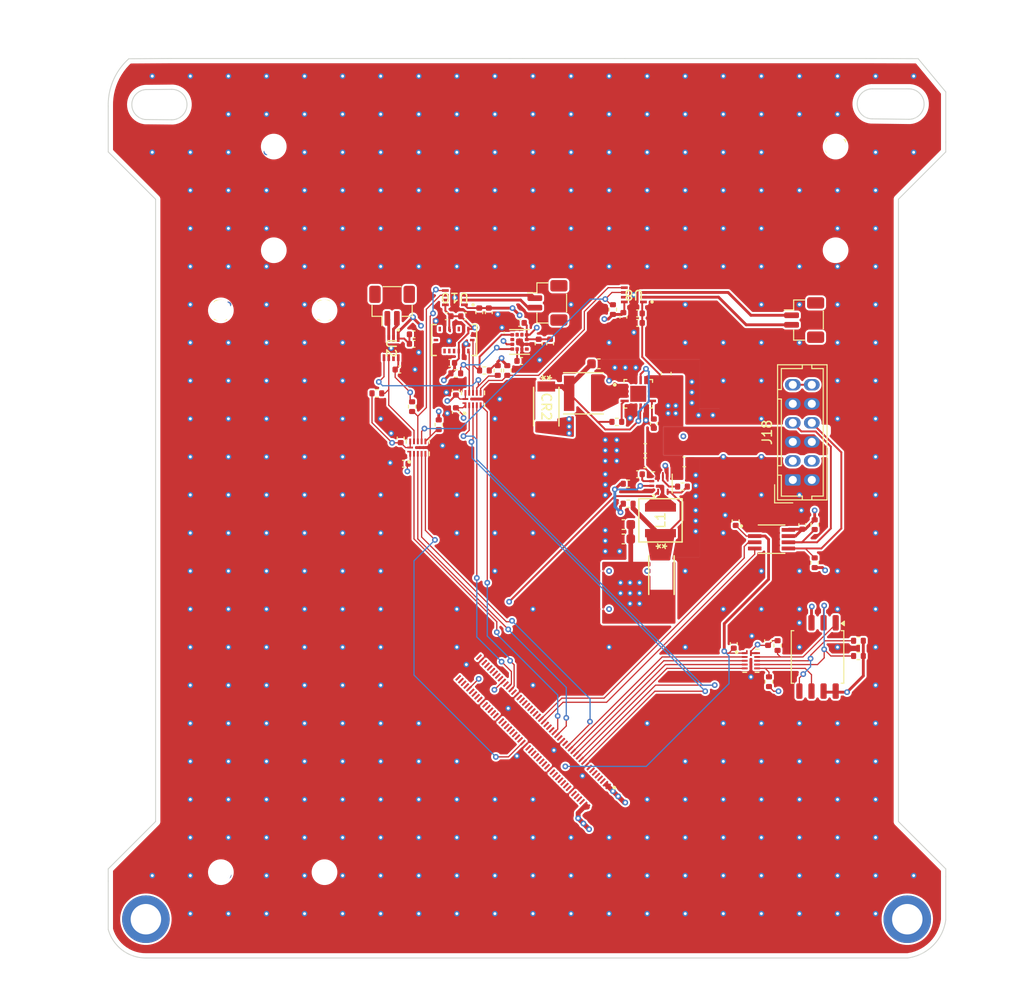
<source format=kicad_pcb>
(kicad_pcb (version 20241229) (generator "pcbnew") (generator_version "9.0")
  (layers (0 "F.Cu" signal) (4 "In1.Cu" signal) (6 "In2.Cu" signal) (2 "B.Cu" signal) (13 "F.Paste" user) (15 "B.Paste" user) (5 "F.SilkS" user "F.Silkscreen") (7 "B.SilkS" user "B.Silkscreen") (1 "F.Mask" user) (3 "B.Mask" user) (25 "Edge.Cuts" user))
  (net 0 "")
  (net 1 "GND")
  (net 2 "+3.3V")
  (net 3 "Net-(J9-Pin_2)")
  (net 4 "Net-(J9-Pin_1)")
  (net 5 "SPR_I2C0_SDA")
  (net 6 "SPR_I2C0_SCL")
  (net 7 "SPR_SPI4_MISO")
  (net 9 "SPR_PWM1")
  (net 16 "SPR_SPI4_SCK")
  (net 17 "XRS_PWON")
  (net 27 "SPR_PWM2")
  (net 28 "SPR_RST_X")
  (net 31 "SPR_SPI4_CS")
  (net 32 "PAYLOAD_BATT")
  (net 34 "SPR_UART2_TX")
  (net 37 "SPR_PWM0")
  (net 40 "ACP_CLK_DMIC")
  (net 41 "SCL0")
  (net 50 "+5V")
  (net 52 "SPR_SDIO_CD")
  (net 53 "SPR_SWDIO")
  (net 54 "TX_FB")
  (net 55 "RX_FB")
  (net 56 "SPR_SPI4_MOSI")
  (net 57 "Net-(J1-Pin_2)")
  (net 61 "ACP_GPO1")
  (net 73 "Net-(J1-Pin_1)")
  (net 74 "+1V8")
  (net 75 "PAYLOAD_PWR")
  (net 76 "SPR_SWDCLK")
  (net 78 "Net-(J2-Pin_2)")
  (net 84 "SPR_UART2_RX")
  (net 92 "SPI_CSK")
  (net 93 "SPI_MOSI")
  (net 94 "SPI_MISO")
  (net 95 "SPI_CS")
  (net 96 "Net-(J2-Pin_1)")
  (net 98 "D04")
  (net 99 "I2C_SCL")
  (net 101 "I2C_SDA")
  (net 102 "PWM0")
  (net 103 "SPR_SPI2_MISO")
  (net 104 "D08")
  (net 105 "SPR_SPI2_MOSI")
  (net 106 "PWM2")
  (net 108 "SPR_SPI3_CS1_X")
  (net 109 "PWM1")
  (net 110 "D07")
  (net 112 "Net-(U11-PG)")
  (net 116 "Net-(U12-PG)")
  (net 117 "Net-(U12-SS{slash}TR)")
  (net 118 "Net-(U11-FB)")
  (net 119 "Net-(U11-NR{slash}SS)")
  (net 120 "Net-(U11-SW)")
  (net 130 "Net-(U3-C1)")
  (net 131 "Net-(U12-SW)")
  (net 132 "SDA0")
  (net 133 "Net-(U12-FSW)")
  (net 134 "Net-(U11-VO)")
  (footprint "Capacitor_SMD:C_0402_1005Metric" (layer "F.Cu") (at 241.7 67.5 -90)
    (property "Reference" "C29" (hide yes))
    (property "Value" "100nF" (hide yes))
  )
  (footprint "Resistor_SMD:R_0402_1005Metric" (layer "F.Cu") (at 265.9 103 90)
    (property "Reference" "R9" (hide yes))
    (property "Value" "10k" (hide yes))
  )
  (footprint "Resistor_SMD:R_0402_1005Metric" (layer "F.Cu") (at 256.81 82.5 180)
    (property "Reference" "R20" (hide yes))
    (property "Value" "10k" (hide yes))
  )
  (footprint "Package_SO:SOIC-8_5.3x5.3mm_P1.27mm" (layer "F.Cu") (at 271 100.4 -90)
    (property "Reference" "U1" (hide yes))
    (property "Value" "W25Q128JVS" (hide yes))
  )
  (footprint "Resistor_SMD:R_0402_1005Metric" (layer "F.Cu") (at 266.8 99.2 -90)
    (property "Reference" "R6" (hide yes))
    (property "Value" "10k" (hide yes))
  )
  (footprint "Package_DFN_QFN:Texas_RPU0010A_VQFN-HR-10_2x2mm_P0.5mm" (layer "F.Cu") (at 254.5 82.175 90)
    (property "Reference" "U11" (hide yes))
    (property "Value" "TPS62913" (hide yes))
  )
  (footprint "" (layer "F.Cu") (at 219.2 63.981576 90)
    (property "Reference" "H8")
    (property "Value" "")
  )
  (footprint "" (layer "F.Cu") (at 208.307946 63.981576 90)
    (property "Reference" "H9")
    (property "Value" "")
  )
  (footprint "footprints:WSON8_DSG_TEX" (layer "F.Cu") (at 251.7033 62.349999 180)
    (property "Reference" "U8")
    (property "Value" "DRV8212PDSGR")
  )
  (footprint "footprints:IND_PA4332.222NLT" (layer "F.Cu") (at 246.4 72.7 180)
    (property "Reference" "L2" (hide yes))
    (property "Value" "PA4332.222NLT" (hide yes))
  )
  (footprint "Capacitor_SMD:C_0603_1608Metric" (layer "F.Cu") (at 250.6 88 180)
    (property "Reference" "C23" (hide yes))
    (property "Value" "47uF" (hide yes))
  )
  (footprint "footprints:PQFN50P200X200X70-12N" (layer "F.Cu") (at 239.6875 67.3)
    (property "Reference" "U3" (hide yes))
    (property "Value" "LIS2MDLTR" (hide yes))
  )
  (footprint "Resistor_SMD:R_0402_1005Metric" (layer "F.Cu") (at 275.3 100.3 180)
    (property "Reference" "R8" (hide yes))
    (property "Value" "10k" (hide yes))
  )
  (footprint "Resistor_SMD:R_0402_1005Metric" (layer "F.Cu") (at 237.4 70.3 -90)
    (property "Reference" "R18" (hide yes))
    (property "Value" "10k" (hide yes))
  )
  (footprint "Capacitor_SMD:C_0603_1608Metric" (layer "F.Cu") (at 250.6 86.49 180)
    (property "Reference" "C22" (hide yes))
    (property "Value" "47uF" (hide yes))
  )
  (footprint "footprints:QFN_BMI085_BOS" (layer "F.Cu") (at 232.8113 67.1)
    (property "Reference" "U4" (hide yes))
    (property "Value" "BMI088" (hide yes))
  )
  (footprint "Capacitor_SMD:C_0402_1005Metric" (layer "F.Cu") (at 233 72.4 90)
    (property "Reference" "C6" (hide yes))
    (property "Value" "0.1uF" (hide yes))
  )
  (footprint "footprints:M-FLAT_TOS" (layer "F.Cu") (at 242.5 74.1 -90)
    (property "Reference" "CR2")
    (property "Value" "CMS04TE12L_Q_M")
  )
  (footprint "footprints:SOP65P400X130-8N" (layer "F.Cu") (at 266.17 88.025)
    (property "Reference" "U5" (hide yes))
    (property "Value" "LSF0102DCTR" (hide yes))
  )
  (footprint "Capacitor_SMD:C_0402_1005Metric" (layer "F.Cu") (at 232.38 69.5 180)
    (property "Reference" "C52" (hide yes))
    (property "Value" "100nF" (hide yes))
  )
  (footprint "Capacitor_SMD:C_0402_1005Metric" (layer "F.Cu") (at 250.6 64.7 90)
    (property "Reference" "C15" (hide yes))
    (property "Value" "0.1uF" (hide yes))
  )
  (footprint "footprints:QFN50P300X300X100-17N" (layer "F.Cu") (at 252.165 72.75)
    (property "Reference" "U12" (hide yes))
    (property "Value" "TPS62143RGTR" (hide yes))
  )
  (footprint "footprints:WSON8_DSG_TEX" (layer "F.Cu") (at 226.1967 67.950001 -90)
    (property "Reference" "U2")
    (property "Value" "DRV8212PDSGR")
  )
  (footprint "Connector_Hirose:Hirose_DF11-12DP-2DSA_2x06_P2.00mm_Vertical" (layer "F.Cu") (at 268.4 81.8 90)
    (property "Reference" "J18")
    (property "Value" "Payload")
  )
  (footprint "footprints:IND_XGL4030_COC" (layer "F.Cu") (at 254.5 86.0462 90)
    (property "Reference" "L1")
    (property "Value" "XGL4030-472MEC" (hide yes))
  )
  (footprint "footprints:IC_LSF0204RUTR" (layer "F.Cu") (at 229 78.4 90)
    (property "Reference" "U9" (hide yes))
    (property "Value" "LSF0204RUTR" (hide yes))
  )
  (footprint "Resistor_SMD:R_0402_1005Metric" (layer "F.Cu") (at 249.91 75.7 180)
    (property "Reference" "R21" (hide yes))
    (property "Value" "100k" (hide yes))
  )
  (footprint "Capacitor_SMD:C_0402_1005Metric" (layer "F.Cu") (at 252.1 64.3)
    (property "Reference" "C17" (hide yes))
    (property "Value" "0.1uF" (hide yes))
  )
  (footprint "Capacitor_SMD:C_0402_1005Metric" (layer "F.Cu") (at 265.8 98.7 90)
    (property "Reference" "C4" (hide yes))
    (property "Value" "0.1uF" (hide yes))
  )
  (footprint "Capacitor_SMD:C_0603_1608Metric" (layer "F.Cu") (at 257 79.9)
    (property "Reference" "C26" (hide yes))
    (property "Value" "22uF" (hide yes))
  )
  (footprint "Resistor_SMD:R_0402_1005Metric" (layer "F.Cu") (at 238.4 70.3 -90)
    (property "Reference" "R19" (hide yes))
    (property "Value" "10k" (hide yes))
  )
  (footprint "Capacitor_SMD:C_0402_1005Metric" (layer "F.Cu") (at 239.9 69.3)
    (property "Reference" "C27" (hide yes))
    (property "Value" "220nF" (hide yes))
  )
  (footprint "Capacitor_SMD:C_0603_1608Metric" (layer "F.Cu") (at 255.1 70.625 90)
    (property "Reference" "C19" (hide yes))
    (property "Value" "10uF" (hide yes))
  )
  (footprint "Resistor_SMD:R_0402_1005Metric" (layer "F.Cu") (at 251.11 84.3 180)
    (property "Reference" "R14" (hide yes))
    (property "Value" "15.4k" (hide yes))
  )
  (footprint "footprints:HRS_DF40HC_3.0_-100DS-0.4V_58" (layer "F.Cu") (at 240.981409 108.159298 135)
    (property "Reference" "X1" (hide yes))
    (property "Value" "DF40HC_3.0_-100DS-0.4V_58" (hide yes))
  )
  (footprint "Capacitor_SMD:C_0402_1005Metric" (layer "F.Cu") (at 252.1 81.2 180)
    (property "Reference" "C18" (hide yes))
    (property "Value" "470nF" (hide yes))
  )
  (footprint "MountingHole:MountingHole_2.2mm_M2" (layer "F.Cu") (at 208.307946 123.014158 180)
    (property "Reference" "H3" (hide yes))
    (property "Value" "MountingHole" (hide yes))
  )
  (footprint "Resistor_SMD:R_0402_1005Metric" (layer "F.Cu") (at 236 70.3 180)
    (property "Reference" "R11" (hide yes))
    (property "Value" "10k" (hide yes))
  )
  (footprint "MountingHole:MountingHole_2.2mm_M2" (layer "F.Cu") (at 219.19619 123.014158 90)
    (property "Reference" "H6" (hide yes))
    (property "Value" "MountingHole" (hide yes))
  )
  (footprint "Capacitor_SMD:C_0402_1005Metric" (layer "F.Cu") (at 227.5 80.1 180)
    (property "Reference" "C7" (hide yes))
    (property "Value" "0.1uF" (hide yes))
  )
  (footprint "Capacitor_SMD:C_0402_1005Metric" (layer "F.Cu") (at 235.46 64.22 90)
    (property "Reference" "C9" (hide yes))
    (property "Value" "0.1uF" (hide yes))
  )
  (footprint "" (layer "F.Cu") (at 272.897216 46.77443)
    (property "Reference" "H7")
    (property "Value" "")
  )
  (footprint "MountingHole:MountingHole_2.2mm_M2" (layer "F.Cu") (at 272.897216 57.666484)
    (property "Reference" "H10" (hide yes))
    (property "Value" "MountingHole" (hide yes))
  )
  (footprint "Resistor_SMD:R_0402_1005Metric" (layer "F.Cu") (at 249.5 63.9 90)
    (property "Reference" "R16" (hide yes))
    (property "Value" "10k" (hide yes))
  )
  (footprint "Capacitor_SMD:C_0402_1005Metric" (layer "F.Cu") (at 239.7 65.3 180)
    (property "Reference" "C28" (hide yes))
    (property "Value" "100nF" (hide yes))
  )
  (footprint "footprints:IC_LSF0204RUTR" (layer "F.Cu") (at 264 100.8)
    (property "Reference" "U6" (hide yes))
    (property "Value" "LSF0204RUTR" (hide yes))
  )
  (footprint "Capacitor_SMD:C_0402_1005Metric" (layer "F.Cu") (at 262.2 99 90)
    (property "Reference" "C3" (hide yes))
    (property "Value" "0.1uF" (hide yes))
  )
  (footprint "Capacitor_SMD:C_0603_1608Metric" (layer "F.Cu") (at 252.9 80 180)
    (property "Reference" "C24" (hide yes))
    (property "Value" "2.2nF" (hide yes))
  )
  (footprint "Connector_JST:JST_SH_BM02B-SRSS-TB_1x02-1MP_P1.00mm_Vertical" (layer "F.Cu") (at 242.625 63.2 -90)
    (property "Reference" "J9" (hide yes))
    (property "Value" "Conn_01x02_Pin" (hide yes))
  )
  (footprint "Capacitor_SMD:C_0603_1608Metric" (layer "F.Cu") (at 248.025 69.6)
    (property "Reference" "C21" (hide yes))
    (property "Value" "10uF" (hide yes))
  )
  (footprint "Resistor_SMD:R_0402_1005Metric" (layer "F.Cu") (at 270.7 86.5 -90)
    (property "Reference" "R2" (hide yes))
    (property "Value" "10k" (hide yes))
  )
  (footprint "Capacitor_SMD:C_0402_1005Metric" (layer "F.Cu") (at 252.1 65.3)
    (property "Reference" "C16" (hide yes))
    (property "Value" "4.7uF" (hide yes))
  )
  (footprint "Connector_JST:JST_SH_BM02B-SRSS-TB_1x02-1MP_P1.00mm_Vertical" (layer "F.Cu") (at 226.3 63.5)
    (property "Reference" "J1" (hide yes))
    (property "Value" "Conn_01x02_Pin" (hide yes))
  )
  (footprint "Connector_JST:JST_SH_BM02B-SRSS-TB_1x02-1MP_P1.00mm_Vertical" (layer "F.Cu") (at 269.6 65 -90)
    (property "Reference" "J2" (hide yes))
    (property "Value" "Conn_01x02_Pin" (hide yes))
  )
  (footprint "Capacitor_SMD:C_0402_1005Metric" (layer "F.Cu") (at 234 64.6)
    (property "Reference" "C62" (hide yes))
    (property "Value" "100nF" (hide yes))
  )
  (footprint "Capacitor_SMD:C_0402_1005Metric" (layer "F.Cu") (at 269.4 86.5 90)
    (property "Reference" "C2" (hide yes))
    (property "Value" "0.1uF" (hide yes))
  )
  (footprint "footprints:WSON8_DSG_TEX" (layer "F.Cu") (at 232.8967 62.649999 180)
    (property "Reference" "U10")
    (property "Value" "DRV8212PDSGR")
  )
  (footprint "" (layer "F.Cu") (at 280.43 127.955)
    (property "Reference" "H2" (hide yes))
    (property "Value" "MountingHole" (hide yes))
  )
  (footprint "Resistor_SMD:R_0402_1005Metric" (layer "F.Cu") (at 232.99 70.6)
    (property "Reference" "R10" (hide yes))
    (property "Value" "10k" (hide yes))
  )
  (footprint "Capacitor_SMD:C_0402_1005Metric" (layer "F.Cu") (at 227.1 70.2 180)
    (property "Reference" "C12" (hide yes))
    (property "Value" "0.1uF" (hide yes))
  )
  (footprint "Capacitor_SMD:C_0402_1005Metric" (layer "F.Cu") (at 227.2 77.4 90)
    (property "Reference" "C8" (hide yes))
    (property "Value" "0.1uF" (hide yes))
  )
  (footprint "Resistor_SMD:R_0402_1005Metric" (layer "F.Cu") (at 224.7 72.7)
    (property "Reference" "R12" (hide yes))
    (property "Value" "10k" (hide yes))
  )
  (footprint "MountingHole:MountingHole_2.2mm_M2" (layer "F.Cu") (at 213.864634 46.77443)
    (property "Reference" "H5" (hide yes))
    (property "Value" "MountingHole" (hide yes))
  )
  (footprint "footprints:M-FLAT_TOS" (layer "F.Cu") (at 254.6 91.8 -90)
    (property "Reference" "CR1" (hide yes))
    (property "Value" "CMS04TE12L_Q_M" (hide yes))
  )
  (footprint "Resistor_SMD:R_0402_1005Metric" (layer "F.Cu") (at 228.4 74.1 -90)
    (property "Reference" "R13" (hide yes))
    (property "Value" "10k" (hide yes))
  )
  (footprint "Capacitor_SMD:C_0402_1005Metric" (layer "F.Cu") (at 228.6 66.5 180)
    (property "Reference" "C14" (hide yes))
    (property "Value" "0.1uF" (hide yes))
  )
  (footprint "Capacitor_SMD:C_0402_1005Metric" (layer "F.Cu") (at 262.4 86.1 90)
    (property "Reference" "C1" (hide yes))
    (property "Value" "0.1uF" (hide yes))
  )
  (footprint "Capacitor_SMD:C_0603_1608Metric" (layer "F.Cu") (at 252.9 78.5 180)
    (property "Reference" "C25" (hide yes))
    (property "Value" "22uF" (hide yes))
  )
  (footprint "Capacitor_SMD:C_0402_1005Metric" (layer "F.Cu") (at 242.9 67.5 -90)
    (property "Reference" "C30" (hide yes))
    (property "Value" "10uF" (hide yes))
  )
  (footprint "Resistor_SMD:R_0402_1005Metric" (layer "F.Cu") (at 270.7 90.5 90)
    (property "Reference" "R3" (hide yes))
    (property "Value" "10k" (hide yes))
  )
  (footprint "Resistor_SMD:R_0402_1005Metric" (layer "F.Cu") (at 251.1 82.2)
    (property "Reference" "R15" (hide yes))
    (property "Value" "4.87k" (hide yes))
  )
  (footprint "footprints:IC_LSF0204RUTR" (layer "F.Cu") (at 234.8 73.3 90)
    (property "Reference" "U7" (hide yes))
    (property "Value" "LSF0204RUTR" (hide yes))
  )
  (footprint "Resistor_SMD:R_0402_1005Metric" (layer "F.Cu") (at 275.3 98.7 180)
    (property "Reference" "R7" (hide yes))
    (property "Value" "10k" (hide yes))
  )
  (footprint "Capacitor_SMD:C_0402_1005Metric" (layer "F.Cu") (at 228.6 67.5 180)
    (property "Reference" "C13" (hide yes))
    (property "Value" "4.7uF" (hide yes))
  )
  (footprint "" (layer "F.Cu") (at 200.43 127.955)
    (property "Reference" "H1" (hide yes))
    (property "Value" "MountingHole" (hide yes))
  )
  (footprint "Capacitor_SMD:C_0402_1005Metric" (layer "F.Cu") (at 253.8 75.88 -90)
    (property "Reference" "C20" (hide yes))
    (property "Value" "620pF" (hide yes))
  )
  (footprint "Capacitor_SMD:C_0402_1005Metric" (layer "F.Cu") (at 236.46 64.22 90)
    (property "Reference" "C10" (hide yes))
    (property "Value" "4.7uF" (hide yes))
  )
  (footprint "Capacitor_SMD:C_0402_1005Metric" (layer "F.Cu") (at 233 74.7 -90)
    (property "Reference" "C5" (hide yes))
    (property "Value" "0.1uF" (hide yes))
  )
  (footprint "Resistor_SMD:R_0402_1005Metric" (layer "F.Cu") (at 231.2 76 -90)
    (property "Reference" "R17" (hide yes))
    (property "Value" "10k" (hide yes))
  )
  (footprint "MountingHole:MountingHole_2.2mm_M2" (layer "F.Cu") (at 213.868686 57.666484 90)
    (property "Reference" "H4" (hide yes))
    (property "Value" "MountingHole" (hide yes))
  )
  (footprint "Capacitor_SMD:C_0402_1005Metric" (layer "F.Cu") (at 232 64.6)
    (property "Reference" "C11" (hide yes))
    (property "Value" "0.1uF" (hide yes))
  )
  (gr_line (start 284.4732 122.665) (end 279.5 117.6918) (stroke (width 0.1)) (layer "Edge.Cuts"))
  (gr_line (start 280.4732 132.0294) (end 200.4732 132.0294) (stroke (width 0.1)) (layer "Edge.Cuts"))
  (gr_line (start 284.4732 123.487) (end 284.4732 128.0294) (stroke (width 0.1)) (layer "Edge.Cuts"))
  (gr_arc (start 203.146362 40.758722) (mid 204.746378 42.358722) (end 203.146362 43.958722) (stroke (width 0.1)) (layer "Edge.Cuts"))
  (gr_line (start 279.5 52.3082) (end 279.5 117.6918) (stroke (width 0.1)) (layer "Edge.Cuts"))
  (gr_line (start 196.4732 129.0294) (end 196.4732 123.955) (stroke (width 0.1)) (layer "Edge.Cuts"))
  (gr_arc (start 280.596362 40.708722) (mid 282.196378 42.308722) (end 280.596362 43.908722) (stroke (width 0.1)) (layer "Edge.Cuts"))
  (gr_line (start 196.4732 123.955) (end 196.4732 122.665) (stroke (width 0.1)) (layer "Edge.Cuts"))
  (gr_arc (start 196.4732 42.5294) (mid 197.008092 39.799486) (end 198.63672 37.544245) (stroke (width 0.1)) (layer "Edge.Cuts"))
  (gr_line (start 238.666362 37.518722) (end 240.0232 37.518722) (stroke (width 0.1)) (layer "Edge.Cuts"))
  (gr_line (start 281.571362 37.533722) (end 284.4732 41.0294) (stroke (width 0.1)) (layer "Edge.Cuts"))
  (gr_line (start 250.731362 37.518722) (end 276.131362 37.518722) (stroke (width 0.1)) (layer "Edge.Cuts"))
  (gr_line (start 198.63672 37.544245) (end 203.106362 37.518722) (stroke (width 0.1)) (layer "Edge.Cuts"))
  (gr_line (start 276.131362 37.518722) (end 281.571362 37.533722) (stroke (width 0.1)) (layer "Edge.Cuts"))
  (gr_line (start 240.0232 37.518722) (end 249.5736 37.518722) (stroke (width 0.1)) (layer "Edge.Cuts"))
  (gr_line (start 284.4732 47.335) (end 279.5 52.3082) (stroke (width 0.1)) (layer "Edge.Cuts"))
  (gr_line (start 276.746362 43.858722) (end 280.596362 43.908722) (stroke (width 0.1)) (layer "Edge.Cuts"))
  (gr_arc (start 200.4732 132.0294) (mid 197.960806 131.212591) (end 196.4732 129.0294) (stroke (width 0.1)) (layer "Edge.Cuts"))
  (gr_line (start 196.4732 122.665) (end 201.45 117.6882) (stroke (width 0.1)) (layer "Edge.Cuts"))
  (gr_arc (start 276.746362 43.858722) (mid 275.171575 42.258731) (end 276.796337 40.709515) (stroke (width 0.1)) (layer "Edge.Cuts"))
  (gr_line (start 200.446139 40.784506) (end 203.146362 40.758722) (stroke (width 0.1)) (layer "Edge.Cuts"))
  (gr_line (start 196.4732 47.335) (end 201.45 52.3118) (stroke (width 0.1)) (layer "Edge.Cuts"))
  (gr_line (start 280.596362 40.708722) (end 276.796337 40.709515) (stroke (width 0.1)) (layer "Edge.Cuts"))
  (gr_line (start 284.4732 123.487) (end 284.4732 122.665) (stroke (width 0.1)) (layer "Edge.Cuts"))
  (gr_line (start 238.666362 37.518722) (end 203.106362 37.518722) (stroke (width 0.1)) (layer "Edge.Cuts"))
  (gr_line (start 284.4732 46.300522) (end 284.4732 47.335) (stroke (width 0.1)) (layer "Edge.Cuts"))
  (gr_line (start 284.4732 46.300522) (end 284.4732 41.0294) (stroke (width 0.1)) (layer "Edge.Cuts"))
  (gr_line (start 196.4732 47.335) (end 196.4732 42.5294) (stroke (width 0.1)) (layer "Edge.Cuts"))
  (gr_arc (start 200.396164 43.933713) (mid 198.951876 42.335794) (end 200.446139 40.784506) (stroke (width 0.1)) (layer "Edge.Cuts"))
  (gr_line (start 250.731362 37.518722) (end 249.5736 37.518722) (stroke (width 0.1)) (layer "Edge.Cuts"))
  (gr_arc (start 284.4732 128.0294) (mid 283.149606 130.705806) (end 280.4732 132.0294) (stroke (width 0.1)) (layer "Edge.Cuts"))
  (gr_line (start 201.45 117.6882) (end 201.45 52.3118) (stroke (width 0.1)) (layer "Edge.Cuts"))
  (gr_line (start 200.396164 43.933713) (end 203.146362 43.958722) (stroke (width 0.1)) (layer "Edge.Cuts"))
  (segment (start 252.915 75.475) (end 252.97 75.53) (width 0.2) (layer "F.Cu") (net 1))
  (segment (start 226.2 76.9) (end 227.18 76.9) (width 0.13) (layer "F.Cu") (net 1))
  (segment (start 242.9 67.98) (end 242.9 68.1) (width 0.2) (layer "F.Cu") (net 1))
  (segment (start 229.8 78.4) (end 231.4 78.4) (width 0.3) (layer "F.Cu") (net 1))
  (segment (start 233.811301 68.2557) (end 233.811301 67.737227) (width 0.2) (layer "F.Cu") (net 1))
  (segment (start 237.1 64.7) (end 237.4 64.4) (width 0.2) (layer "F.Cu") (net 1))
  (segment (start 232.3 67.2) (end 231.811299 66.711299) (width 0.2) (layer "F.Cu") (net 1))
  (segment (start 229.08 67.5) (end 229.08 66.5) (width 0.2) (layer "F.Cu") (net 1))
  (segment (start 246.737258 111.737258) (end 246.3 112.174516) (width 0.13) (layer "F.Cu") (net 1))
  (segment (start 228.7 70.2) (end 227.58 70.2) (width 0.2) (layer "F.Cu") (net 1))
  (segment (start 229.1 68.4) (end 229.1 67.52) (width 0.2) (layer "F.Cu") (net 1))
  (segment (start 233 75.18) (end 232.48 75.18) (width 0.2) (layer "F.Cu") (net 1))
  (segment (start 232.962818 102.318596) (end 232.981404 102.318596) (width 0.13) (layer "F.Cu") (net 1))
  (segment (start 242.862313 112.218091) (end 243.3 111.780404) (width 0.13) (layer "F.Cu") (net 1))
  (segment (start 246.3 112.4) (end 246.3 112.9) (width 0.13) (layer "F.Cu") (net 1))
  (segment (start 231.3113 67.785399) (end 231.3113 68.2557) (width 0.2) (layer "F.Cu") (net 1))
  (segment (start 226.92 80) (end 227.02 80.1) (width 0.13) (layer "F.Cu") (net 1))
  (segment (start 239.383348 104.383348) (end 238.5 105.266696) (width 0.13) (layer "F.Cu") (net 1))
  (segment (start 234.1 101.181414) (end 234.1 101.2) (width 0.13) (layer "F.Cu") (net 1))
  (segment (start 241.7 67.98) (end 242.9 67.98) (width 0.2) (layer "F.Cu") (net 1))
  (segment (start 264.22 98.22) (end 265.8 98.22) (width 0.13) (layer "F.Cu") (net 1))
  (segment (start 253.575 82.925) (end 253.470244 83.029756) (width 0.2) (layer "F.Cu") (net 1))
  (segment (start 250.6 65.18) (end 251.5 65.18) (width 0.3) (layer "F.Cu") (net 1))
  (segment (start 232.3 67.2) (end 233.025899 67.2) (width 0.2) (layer "F.Cu") (net 1))
  (segment (start 232 72.6) (end 232.32 72.6) (width 0.2) (layer "F.Cu") (net 1))
  (segment (start 232.3 67.2) (end 232.8113 66.6887) (width 0.2) (layer "F.Cu") (net 1))
  (segment (start 236.46 64.7) (end 237.1 64.7) (width 0.2) (layer "F.Cu") (net 1))
  (segment (start 232.8113 66.6887) (end 232.8113 65.9443) (width 0.2) (layer "F.Cu") (net 1))
  (segment (start 240.316729 109.672507) (end 239.411291 110.577945) (width 0.2) (layer "F.Cu") (net 1))
  (segment (start 264.1 98.2) (end 264.2 98.2) (width 0.13) (layer "F.Cu") (net 1))
  (segment (start 226.1 80) (end 226.92 80) (width 0.13) (layer "F.Cu") (net 1))
  (segment (start 263.9 98.2) (end 263.58 98.52) (width 0.13) (layer "F.Cu") (net 1))
  (segment (start 263.58 98.52) (end 262.2 98.52) (width 0.13) (layer "F.Cu") (net 1))
  (segment (start 225.446699 67.544) (end 225.446699 66.946701) (width 0.2) (layer "F.Cu") (net 1))
  (segment (start 264.4 87.05) (end 262.97 85.62) (width 0.13) (layer "F.Cu") (net 1))
  (segment (start 239.411291 110.577945) (end 239.411291 110.811291) (width 0.2) (layer "F.Cu") (net 1))
  (segment (start 239.9375 68.06) (end 239.9375 68.8575) (width 0.2) (layer "F.Cu") (net 1))
  (segment (start 231.9 69.5) (end 231.3113 68.9113) (width 0.2) (layer "F.Cu") (net 1))
  (segment (start 232.48 75.18) (end 232.1 74.8) (width 0.2) (layer "F.Cu") (net 1))
  (segment (start 246.3 112.174516) (end 246.3 112.4) (width 0.13) (layer "F.Cu") (net 1))
  (segment (start 231.811299 66.711299) (end 231.811299 65.9443) (width 0.2) (layer "F.Cu") (net 1))
  (segment (start 231.3113 68.9113) (end 231.3113 68.2557) (width 0.2) (layer "F.Cu") (net 1))
  (segment (start 264.2 98.2) (end 264.22 98.22) (width 0.13) (layer "F.Cu") (net 1))
  (segment (start 234.48 64.6) (end 235.36 64.6) (width 0.2) (layer "F.Cu") (net 1))
  (segment (start 235.46 64.7) (end 236.46 64.7) (width 0.2) (layer "F.Cu") (net 1))
  (segment (start 252.915 74.185) (end 252.915 75.475) (width 0.2) (layer "F.Cu") (net 1))
  (segment (start 235.706392 100.706393) (end 235.212785 101.2) (width 0.13) (layer "F.Cu") (net 1))
  (segment (start 233.811301 66.414598) (end 233.811301 65.9443) (width 0.2) (layer "F.Cu") (net 1))
  (segment (start 269.3 85.92) (end 269.4 86.02) (width 0.3) (layer "F.Cu") (net 1))
  (segment (start 252.119757 83.029756) (end 251.61 82.519999) (width 0.2) (layer "F.Cu") (net 1))
  (segment (start 235.6 73.3) (end 237.6 73.3) (width 0.2) (layer "F.Cu") (net 1))
  (segment (start 235.791245 105.147023) (end 236.0926 104.845668) (width 0.13) (layer "F.Cu") (net 1))
  (segment (start 231.4 64.6) (end 230.9 65.1) (width 0.2) (layer "F.Cu") (net 1))
  (segment (start 252.97 75.53) (end 253.8 76.36) (width 0.2) (layer "F.Cu") (net 1))
  (segment (start 229.1 67.52) (end 229.08 67.5) (width 0.2) (layer "F.Cu") (net 1))
  (segment (start 231.52 64.6) (end 231.4 64.6) (width 0.2) (layer "F.Cu") (net 1))
  (segment (start 225.8527 67.950001) (end 225.446699 67.544) (width 0.2) (layer "F.Cu") (net 1))
  (segment (start 261.3 85.5) (end 262.28 85.5) (width 0.3) (layer "F.Cu") (net 1))
  (segment (start 246.3 113.305888) (end 245.125055 114.480833) (width 0.13) (layer "F.Cu") (net 1))
  (segment (start 252.31755 80) (end 253.575 81.25745) (width 0.2) (layer "F.Cu") (net 1))
  (segment (start 241.8 69.2) (end 240.48 69.2) (width 0.2) (layer "F.Cu") (net 1))
  (segment (start 231.4 78.4) (end 231.6 78.2) (width 0.3) (layer "F.Cu") (net 1))
  (segment (start 238.5 105.266696) (end 238.5 105.8) (width 0.13) (layer "F.Cu") (net 1))
  (segment (start 241.8 68.08) (end 241.7 67.98) (width 0.2) (layer "F.Cu") (net 1))
  (segment (start 251.61 82.519999) (end 251.61 82.2) (width 0.2) (layer "F.Cu") (net 1))
  (segment (start 251.61 81.21) (end 251.62 81.2) (width 0.2) (layer "F.Cu") (net 1))
  (segment (start 255.25 80.55) (end 255.25 81.475) (width 0.2) (layer "F.Cu") (net 1))
  (segment (start 243.3 111.780404) (end 243.3 110.2) (width 0.13) (layer "F.Cu") (net 1))
  (segment (start 251.7 66.3) (end 251.7 65.38) (width 0.3) (layer "F.Cu") (net 1))
  (segment (start 241.27 67.55) (end 241.7 67.98) (width 0.2) (layer "F.Cu") (net 1))
  (segment (start 251.61 82.2) (end 251.61 81.21) (width 0.2) (layer "F.Cu") (net 1))
  (segment (start 244.191674 109.191674) (end 243.3 110.083348) (width 0.13) (layer "F.Cu") (net 1))
  (segment (start 264 102.5) (end 264 101.6) (width 0.13) (layer "F.Cu") (net 1))
  (segment (start 253.470244 83.029756) (end 252.119757 83.029756) (width 0.2) (layer "F.Cu") (net 1))
  (segment (start 252.7066 61.599998) (end 252.109301 61.599998) (width 0.2) (layer "F.Cu") (net 1))
  (segment (start 240.48 69.2) (end 240.38 69.3) (width 0.2) (layer "F.Cu") (net 1))
  (segment (start 251.62 64.3) (end 251.62 65.3) (width 0.3) (layer "F.Cu") (net 1))
  (segment (start 252.125 80) (end 252.31755 80) (width 0.2) (layer "F.Cu") (net 1))
  (segment (start 232.3 67.2) (end 231.896699 67.2) (width 0.2) (layer "F.Cu") (net 1))
  (segment (start 269.3 85) (end 269.3 85.92) (width 0.3) (layer "F.Cu") (net 1))
  (segment (start 251.5 65.18) (end 251.62 65.3) (width 0.3) (layer "F.Cu") (net 1))
  (segment (start 235.140707 100.140707) (end 234.1 101.181414) (width 0.13) (layer "F.Cu") (net 1))
  (segment (start 236.0926 104.845668) (end 237.545668 104.845668) (width 0.13) (layer "F.Cu") (net 1))
  (segment (start 262.97 85.62) (end 262.4 85.62) (width 0.13) (layer "F.Cu") (net 1))
  (segment (start 237.545668 104.845668) (end 238.5 105.8) (width 0.13) (layer "F.Cu") (net 1))
  (segment (start 239.9375 68.8575) (end 240.38 69.3) (width 0.2) (layer "F.Cu") (net 1))
  (segment (start 262.28 85.5) (end 262.4 85.62) (width 0.3) (layer "F.Cu") (net 1))
  (segment (start 264.1 98.2) (end 263.9 98.2) (width 0.13) (layer "F.Cu") (net 1))
  (segment (start 237.488302 106.844079) (end 237.488302 106.811698) (width 0.13) (layer "F.Cu") (net 1))
  (segment (start 253.575 81.25745) (end 253.575 81.425) (width 0.2) (layer "F.Cu") (net 1))
  (segment (start 238.340445 65.3) (end 237.84757 65.792875) (width 0.2) (layer "F.Cu") (net 1))
  (segment (start 232.8967 62.649999) (end 232.8967 62.205999) (width 0.3) (layer "F.Cu") (net 1))
  (segment (start 227.18 76.9) (end 227.2 76.92) (width 0.13) (layer "F.Cu") (net 1))
  (segment (start 233.811301 67.737227) (end 234.057003 67.491525) (width 0.2) (layer "F.Cu") (net 1))
  (segment (start 233.202701 61.899998) (end 233.9 61.899998) (width 0.3) (layer "F.Cu") (net 1))
  (segment (start 232.8967 62.205999) (end 233.202701 61.899998) (width 0.3) (layer "F.Cu") (net 1))
  (segment (start 233.025899 67.2) (end 233.811301 66.414598) (width 0.2) (layer "F.Cu") (net 1))
  (segment (start 251.7033 62.005999) (end 251.7033 62.349999) (width 0.2) (layer "F.Cu") (net 1))
  (segment (start 226.1967 67.950001) (end 225.8527 67.950001) (width 0.2) (layer "F.Cu") (net 1))
  (segment (start 246.3 112.9) (end 246.3 113.305888) (width 0.13) (layer "F.Cu") (net 1))
  (segment (start 251.7 65.38) (end 251.62 65.3) (width 0.3) (layer "F.Cu") (net 1))
  (segment (start 239.22 65.3) (end 238.340445 65.3) (width 0.2) (layer "F.Cu") (net 1))
  (segment (start 255 80.3) (end 255.25 80.55) (width 0.2) (layer "F.Cu") (net 1))
  (segment (start 232.981404 102.318596) (end 234.1 101.2) (width 0.13) (layer "F.Cu") (net 1))
  (segment (start 240.4475 67.55) (end 241.27 67.55) (width 0.2) (layer "F.Cu") (net 1))
  (segment (start 237.488302 106.811698) (end 238.5 105.8) (width 0.13) (layer "F.Cu") (net 1))
  (segment (start 231.896699 67.2) (end 231.3113 67.785399) (width 0.2) (layer "F.Cu") (net 1))
  (segment (start 252.109301 61.599998) (end 251.7033 62.005999) (width 0.2) (layer "F.Cu") (net 1))
  (segment (start 235.36 64.6) (end 235.46 64.7) (width 0.2) (layer "F.Cu") (net 1))
  (segment (start 235.212785 101.2) (end 234.1 101.2) (width 0.13) (layer "F.Cu") (net 1))
  (segment (start 241.8 69.2) (end 241.8 68.08) (width 0.2) (layer "F.Cu") (net 1))
  (segment (start 243.3 110.083348) (end 243.3 110.2) (width 0.13) (layer "F.Cu") (net 1))
  (segment (start 232.32 72.6) (end 233 71.92) (width 0.2) (layer "F.Cu") (net 1))
  (via (at 221.1 107.372101) (size 0.6) (drill 0.3) (layers "F.Cu" "B.Cu") (net 1))
  (via (at 257.8 71.5) (size 0.6) (drill 0.3) (layers "F.Cu" "B.Cu") (net 1))
  (via (at 269.1 123.372101) (size 0.6) (drill 0.3) (layers "F.Cu" "B.Cu") (net 1))
  (via (at 273.1 91.372101) (size 0.6) (drill 0.3) (layers "F.Cu" "B.Cu") (net 1))
  (via (at 217.1 103.372101) (size 0.6) (drill 0.3) (layers "F.Cu" "B.Cu") (net 1))
  (via (at 209.1 71.372101) (size 0.6) (drill 0.3) (layers "F.Cu" "B.Cu") (net 1))
  (via (at 209.1 55.372101) (size 0.6) (drill 0.3) (layers "F.Cu" "B.Cu") (net 1))
  (via (at 201.1 39.372101) (size 0.6) (drill 0.3) (layers "F.Cu" "B.Cu") (net 1))
  (via (at 265.1 119.372101) (size 0.6) (drill 0.3) (layers "F.Cu" "B.Cu") (net 1))
  (via (at 265.1 91.372101) (size 0.6) (drill 0.3) (layers "F.Cu" "B.Cu") (net 1))
  (via (at 233.1 95.372101) (size 0.6) (drill 0.3) (layers "F.Cu" "B.Cu") (net 1))
  (via (at 233.1 127.372101) (size 0.6) (drill 0.3) (layers "F.Cu" "B.Cu") (net 1))
  (via (at 241.1 95.372101) (size 0.6) (drill 0.3) (layers "F.Cu" "B.Cu") (net 1))
  (via (at 205.1 67.372101) (size 0.6) (drill 0.3) (layers "F.Cu" "B.Cu") (net 1))
  (via (at 225.1 115.372101) (size 0.6) (drill 0.3) (layers "F.Cu" "B.Cu") (net 1))
  (via (at 253.1 39.372101) (size 0.6) (drill 0.3) (layers "F.Cu" "B.Cu") (net 1))
  (via (at 221.1 43.372101) (size 0.6) (drill 0.3) (layers "F.Cu" "B.Cu") (net 1))
  (via (at 273.1 111.372101) (size 0.6) (drill 0.3) (layers "F.Cu" "B.Cu") (net 1))
  (via (at 253.1 47.372101) (size 0.6) (drill 0.3) (layers "F.Cu" "B.Cu") (net 1))
  (via (at 273.1 127.372101) (size 0.6) (drill 0.3) (layers "F.Cu" "B.Cu") (net 1))
  (via (at 261.1 95.372101) (size 0.6) (drill 0.3) (layers "F.Cu" "B.Cu") (net 1))
  (via (at 229.1 55.372101) (size 0.6) (drill 0.3) (layers "F.Cu" "B.Cu") (net 1))
  (via (at 209.1 123.372101) (size 0.6) (drill 0.3) (layers "F.Cu" "B.Cu") (net 1))
  (via (at 205.1 99.372101) (size 0.6) (drill 0.3) (layers "F.Cu" "B.Cu") (net 1))
  (via (at 258.2 85) (size 0.6) (drill 0.3) (layers "F.Cu" "B.Cu") (net 1))
  (via (at 213.1 111.372101) (size 0.6) (drill 0.3) (layers "F.Cu" "B.Cu") (net 1))
  (via (at 241.1 83.372101) (size 0.6) (drill 0.3) (layers "F.Cu" "B.Cu") (net 1))
  (via (at 241.1 87.372101) (size 0.6) (drill 0.3) (layers "F.Cu" "B.Cu") (net 1))
  (via (at 256.9 77.2125) (size 0.6) (drill 0.3) (layers "F.Cu" "B.Cu") (net 1))
  (via (at 249.1 51.372101) (size 0.6) (drill 0.3) (layers "F.Cu" "B.Cu") (net 1))
  (via (at 249.1 119.372101) (size 0.6) (drill 0.3) (layers "F.Cu" "B.Cu") (net 1))
  (via (at 269.1 67.372101) (size 0.6) (drill 0.3) (layers "F.Cu" "B.Cu") (net 1))
  (via (at 253.1 55.372101) (size 0.6) (drill 0.3) (layers "F.Cu" "B.Cu") (net 1))
  (via (at 225.1 39.372101) (size 0.6) (drill 0.3) (layers "F.Cu" "B.Cu") (net 1))
  (via (at 225.1 87.372101) (size 0.6) (drill 0.3) (layers "F.Cu" "B.Cu") (net 1))
  (via (at 269.1 111.372101) (size 0.6) (drill 0.3) (layers "F.Cu" "B.Cu") (net 1))
  (via (at 233.1 59.372101) (size 0.6) (drill 0.3) (layers "F.Cu" "B.Cu") (net 1))
  (via (at 221.1 71.372101) (size 0.6) (drill 0.3) (layers "F.Cu" "B.Cu") (net 1))
  (via (at 265.1 59.372101) (size 0.6) (drill 0.3) (layers "F.Cu" "B.Cu") (net 1))
  (via (at 221.1 103.372101) (size 0.6) (drill 0.3) (layers "F.Cu" "B.Cu") (net 1))
  (via (at 221.1 75.372101) (size 0.6) (drill 0.3) (layers "F.Cu" "B.Cu") (net 1))
  (via (at 205.1 63.372101) (size 0.6) (drill 0.3) (layers "F.Cu" "B.Cu") (net 1))
  (via (at 277.1 63.372101) (size 0.6) (drill 0.3) (layers "F.Cu" "B.Cu") (net 1))
  (via (at 209.1 119.372101) (size 0.6) (drill 0.3) (layers "F.Cu" "B.Cu") (net 1))
  (via (at 233.1 119.372101) (size 0.6) (drill 0.3) (layers "F.Cu" "B.Cu") (net 1))
  (via (at 258.2 87.2) (size 0.6) (drill 0.3) (layers "F.Cu" "B.Cu") (net 1))
  (via (at 205.1 127.372101) (size 0.6) (drill 0.3) (layers "F.Cu" "B.Cu") (net 1))
  (via (at 213.1 119.372101) (size 0.6) (drill 0.3) (layers "F.Cu" "B.Cu") (net 1))
  (via (at 237.1 123.372101) (size 0.6) (drill 0.3) (layers "F.Cu" "B.Cu") (net 1))
  (via (at 273.1 95.372101) (size 0.6) (drill 0.3) (layers "F.Cu" "B.Cu") (net 1))
  (via (at 226.1967 67.950001) (size 0.6) (drill 0.3) (layers "F.Cu" "B.Cu") (net 1))
  (via (at 261.1 55.372101) (size 0.6) (drill 0.3) (layers "F.Cu" "B.Cu") (net 1))
  (via (at 261.1 51.372101) (size 0.6) (drill 0.3) (layers "F.Cu" "B.Cu") (net 1))
  (via (at 229.1 51.372101) (size 0.6) (drill 0.3) (layers "F.Cu" "B.Cu") (net 1))
  (via (at 209.1 39.372101) (size 0.6) (drill 0.3) (layers "F.Cu" "B.Cu") (net 1))
  (via (at 221.1 55.372101) (size 0.6) (drill 0.3) (layers "F.Cu" "B.Cu") (net 1))
  (via (at 213.1 63.372101) (size 0.6) (drill 0.3) (layers "F.Cu" "B.Cu") (net 1))
  (via (at 217.1 87.372101) (size 0.6) (drill 0.3) (layers "F.Cu" "B.Cu") (net 1))
  (via (at 269.1 43.372101) (size 0.6) (drill 0.3) (layers "F.Cu" "B.Cu") (net 1))
  (via (at 221.1 91.372101) (size 0.6) (drill 0.3) (layers "F.Cu" "B.Cu") (net 1))
  (via (at 232 72.6) (size 0.6) (drill 0.3) (layers "F.Cu" "B.Cu") (net 1))
  (via (at 205.1 59.372101) (size 0.6) (drill 0.3) (layers "F.Cu" "B.Cu") (net 1))
  (via (at 213.1 127.372101) (size 0.6) (drill 0.3) (layers "F.Cu" "B.Cu") (net 1))
  (via (at 205.1 103.372101) (size 0.6) (drill 0.3) (layers "F.Cu" "B.Cu") (net 1))
  (via (at 237.84757 65.792875) (size 0.6) (drill 0.3) (layers "F.Cu" "B.Cu") (net 1))
  (via (at 241.1 59.372101) (size 0.6) (drill 0.3) (layers "F.Cu" "B.Cu") (net 1))
  (via (at 249.9 77.6) (size 0.6) (drill 0.3) (layers "F.Cu" "B.Cu") (net 1))
  (via (at 209.1 95.372101) (size 0.6) (drill 0.3) (layers "F.Cu" "B.Cu") (net 1))
  (via (at 257.1 67.372101) (size 0.6) (drill 0.3) (layers "F.Cu" "B.Cu") (net 1))
  (via (at 277.1 103.372101) (size 0.6) (drill 0.3) (layers "F.Cu" "B.Cu") (net 1))
  (via (at 248.7 81.2) (size 0.6) (drill 0.3) (layers "F.Cu" "B.Cu") (net 1))
  (via (at 257.1 115.372101) (size 0.6) (drill 0.3) (layers "F.Cu" "B.Cu") (net 1))
  (via (at 265.1 51.372101) (size 0.6) (drill 0.3) (layers "F.Cu" "B.Cu") (net 1))
  (via (at 213.1 95.372101) (size 0.6) (drill 0.3) (layers "F.Cu" "B.Cu") (net 1))
  (via (at 225.1 111.372101) (size 0.6) (drill 0.3) (layers "F.Cu" "B.Cu") (net 1))
  (via (at 237.1 51.372101) (size 0.6) (drill 0.3) (layers "F.Cu" "B.Cu") (net 1))
  (via (at 273.1 55.372101) (size 0.6) (drill 0.3) (layers "F.Cu" "B.Cu") (net 1))
  (via (at 245.1 63.372101) (size 0.6) (drill 0.3) (layers "F.Cu" "B.Cu") (net 1))
  (via (at 233.1 111.372101) (size 0.6) (drill 0.3) (layers "F.Cu" "B.Cu") (net 1))
  (via (at 209.1 83.372101) (size 0.6) (drill 0.3) (layers "F.Cu" "B.Cu") (net 1))
  (via (at 260 75) (size 0.6) (drill 0.3) (layers "F.Cu" "B.Cu") (net 1))
  (via (at 246.3 112.9) (size 0.6) (drill 0.3) (layers "F.Cu" "B.Cu") (net 1))
  (via (at 258.2 82.4) (size 0.6) (drill 0.3) (layers "F.Cu" "B.Cu") (net 1))
  (via (at 241.1 51.372101) (size 0.6) (drill 0.3) (layers "F.Cu" "B.Cu") (net 1))
  (via (at 213.1 59.372101) (size 0.6) (drill 0.3) (layers "F.Cu" "B.Cu") (net 1))
  (via (at 205.1 119.372101) (size 0.6) (drill 0.3) (layers "F.Cu" "B.Cu") (net 1))
  (via (at 238.5 105.8) (size 0.6) (drill 0.3) (layers "F.Cu" "B.Cu") (net 1))
  (via (at 277.1 119.372101) (size 0.6) (drill 0.3) (layers "F.Cu" "B.Cu") (net 1))
  (via (at 221.1 87.372101) (size 0.6) (drill 0.3) (layers "F.Cu" "B.Cu") (net 1))
  (via (at 261.1 43.372101) (size 0.6) (drill 0.3) (layers "F.Cu" "B.Cu") (net 1))
  (via (at 213.1 39.372101) (size 0.6) (drill 0.3) (layers "F.Cu" "B.Cu") (net 1))
  (via (at 213.1 79.372101) (size 0.6) (drill 0.3) (layers "F.Cu" "B.Cu") (net 1))
  (via (at 229.1 68.4) (size 0.6) (drill 0.3) (layers "F.Cu" "B.Cu") (net 1))
  (via (at 201.1 47.372101) (size 0.6) (drill 0.3) (layers "F.Cu" "B.Cu") (net 1))
  (via (at 273.1 99.372101) (size 0.6) (drill 0.3) (layers "F.Cu" "B.Cu") (net 1))
  (via (at 226.1 80) (size 0.6) (drill 0.3) (layers "F.Cu" "B.Cu") (net 1))
  (via (at 273.1 47.372101) (size 0.6) (drill 0.3) (layers "F.Cu" "B.Cu") (net 1))
  (via (at 245.1 127.372101) (size 0.6) (drill 0.3) (layers "F.Cu" "B.Cu") (net 1))
  (via (at 225.1 55.372101) (size 0.6) (drill 0.3) (layers "F.Cu" "B.Cu") (net 1))
  (via (at 237.1 39.372101) (size 0.6) (drill 0.3) (layers "F.Cu" "B.Cu") (net 1))
  (via (at 225.1 107.372101) (size 0.6) (drill 0.3) (layers "F.Cu" "B.Cu") (net 1))
  (via (at 209.1 47.372101) (size 0.6) (drill 0.3) (layers "F.Cu" "B.Cu") (net 1))
  (via (at 251.7033 62.349999) (size 0.6) (drill 0.3) (layers "F.Cu" "B.Cu") (net 1))
  (via (at 217.1 59.372101) (size 0.6) (drill 0.3) (layers "F.Cu" "B.Cu") (net 1))
  (via (at 269.1 51.372101) (size 0.6) (drill 0.3) (layers "F.Cu" "B.Cu") (net 1))
  (via (at 264 102.5) (size 0.6) (drill 0.3) (layers "F.Cu" "B.Cu") (net 1))
  (via (at 277.1 83.372101) (size 0.6) (drill 0.3) (layers "F.Cu" "B.Cu") (net 1))
  (via (at 237.1 115.372101) (size 0.6) (drill 0.3) (layers "F.Cu" "B.Cu") (net 1))
  (via (at 209.1 127.372101) (size 0.6) (drill 0.3) (layers "F.Cu" "B.Cu") (net 1))
  (via (at 265.1 127.372101) (size 0.6) (drill 0.3) (layers "F.Cu" "B.Cu") (net 1))
  (via (at 229.1 127.372101) (size 0.6) (drill 0.3) (layers "F.Cu" "B.Cu") (net 1))
  (via (at 281.1 39.372101) (size 0.6) (drill 0.3) (layers "F.Cu" "B.Cu") (net 1))
  (via (at 225.1 127.372101) (size 0.6) (drill 0.3) (layers "F.Cu" "B.Cu") (net 1))
  (via (at 261.1 71.372101) (size 0.6) (drill 0.3) (layers "F.Cu" "B.Cu") (net 1))
  (via (at 221.1 59.372101) (size 0.6) (drill 0.3) (layers "F.Cu" "B.Cu") (net 1))
  (via (at 273.1 67.372101) (size 0.6) (drill 0.3) (layers "F.Cu" "B.Cu") (net 1))
  (via (at 265.1 75.372101) (size 0.6) (drill 0.3) (layers "F.Cu" "B.Cu") (net 1))
  (via (at 205.1 47.372101) (size 0.6) (drill 0.3) (layers "F.Cu" "B.Cu") (net 1))
  (via (at 209.1 111.372101) (size 0.6) (drill 0.3) (layers "F.Cu" "B.Cu") (net 1))
  (via (at 269.1 115.372101) (size 0.6) (drill 0.3) (layers "F.Cu" "B.Cu") (net 1))
  (via (at 265.1 47.372101) (size 0.6) (drill 0.3) (layers "F.Cu" "B.Cu") (net 1))
  (via (at 261.1 83.372101) (size 0.6) (drill 0.3) (layers "F.Cu" "B.Cu") (net 1))
  (via (at 217.1 47.372101) (size 0.6) (drill 0.3) (layers "F.Cu" "B.Cu") (net 1))
  (via (at 233.1 115.372101) (size 0.6) (drill 0.3) (layers "F.Cu" "B.Cu") (net 1))
  (via (at 205.1 91.372101) (size 0.6) (drill 0.3) (layers "F.Cu" "B.Cu") (net 1))
  (via (at 213.1 71.372101) (size 0.6) (drill 0.3) (layers "F.Cu" "B.Cu") (net 1))
  (via (at 245.1 47.372101) (size 0.6) (drill 0.3) (layers "F.Cu" "B.Cu") (net 1))
  (via (at 213.1 47.372101) (size 0.6) (drill 0.3) (layers "F.Cu" "B.Cu") (net 1))
  (via (at 248.7 87.1) (size 0.6) (drill 0.3) (layers "F.Cu" "B.Cu") (net 1))
  (via (at 255 80.3) (size 0.6) (drill 0.3) (layers "F.Cu" "B.Cu") (net 1))
  (via (at 249.1 71.372101) (size 0.6) (drill 0.3) (layers "F.Cu" "B.Cu") (net 1))
  (via (at 241.1 119.372101) (size 0.6) (drill 0.3) (layers "F.Cu" "B.Cu") (net 1))
  (via (at 205.1 115.372101) (size 0.6) (drill 0.3) (layers "F.Cu" "B.Cu") (net 1))
  (via (at 253.1 107.372101) (size 0.6) (drill 0.3) (layers "F.Cu" "B.Cu") (net 1))
  (via (at 233.1 87.372101) (size 0.6) (drill 0.3) (layers "F.Cu" "B.Cu") (net 1))
  (via (at 205.1 83.372101) (size 0.6) (drill 0.3) (layers "F.Cu" "B.Cu") (net 1))
  (via (at 273.1 71.372101) (size 0.6) (drill 0.3) (layers "F.Cu" "B.Cu") (net 1))
  (via (at 205.1 107.372101) (size 0.6) (drill 0.3) (layers "F.Cu" "B.Cu") (net 1))
  (via (at 237.1 47.372101) (size 0.6) (drill 0.3) (layers "F.Cu" "B.Cu") (net 1))
  (via (at 249.1 127.372101) (size 0.6) (drill 0.3) (layers "F.Cu" "B.Cu") (net 1))
  (via (at 239.411291 110.811291) (size 0.6) (drill 0.3) (layers "F.Cu" "B.Cu") (net 1))
  (via (at 233.1 99.372101) (size 0.6) (drill 0.3) (layers "F.Cu" "B.Cu") (net 1))
  (via (at 277.1 123.372101) (size 0.6) (drill 0.3) (layers "F.Cu" "B.Cu") (net 1))
  (via (at 209.1 79.372101) (size 0.6) (drill 0.3) (layers "F.Cu" "B.Cu") (net 1))
  (via (at 258.2 86.1) (size 0.6) (drill 0.3) (layers "F.Cu" "B.Cu") (net 1))
  (via (at 273.1 119.372101) (size 0.6) (drill 0.3) (layers "F.Cu" "B.Cu") (net 1))
  (via (at 249.1 39.372101) (size 0.6) (drill 0.3) (layers "F.Cu" "B.Cu") (net 1))
  (via (at 261.1 59.372101) (size 0.6) (drill 0.3) (layers "F.Cu" "B.Cu") (net 1))
  (via (at 269.1 83.372101) (size 0.6) (drill 0.3) (layers "F.Cu" "B.Cu") (net 1))
  (via (at 277.1 127.372101) (size 0.6) (drill 0.3) (layers "F.Cu" "B.Cu") (net 1))
  (via (at 237.1 59.372101) (size 0.6) (drill 0.3) (layers "F.Cu" "B.Cu") (net 1))
  (via (at 261.1 107.372101) (size 0.6) (drill 0.3) (layers "F.Cu" "B.Cu") (net 1))
  (via (at 237.1 75.372101) (size 0.6) (drill 0.3) (layers "F.Cu" "B.Cu") (net 1))
  (via (at 205.1 87.372101) (size 0.6) (drill 0.3) (layers "F.Cu" "B.Cu") (net 1))
  (via (at 258.2 83.5) (size 0.6) (drill 0.3) (layers "F.Cu" "B.Cu") (net 1))
  (via (at 261.3 85.5) (size 0.6) (drill 0.3) (layers "F.Cu" "B.Cu") (net 1))
  (via (at 217.1 67.372101) (size 0.6) (drill 0.3) (layers "F.Cu" "B.Cu") (net 1))
  (via (at 229.1 119.372101) (size 0.6) (drill 0.3) (layers "F.Cu" "B.Cu") (net 1))
  (via (at 209.1 103.372101) (size 0.6) (drill 0.3) (layers "F.Cu" "B.Cu") (net 1))
  (via (at 257.1 111.372101) (size 0.6) (drill 0.3) (layers "F.Cu" "B.Cu") (net 1))
  (via (at 253.1 43.372101) (size 0.6) (drill 0.3) (layers "F.Cu" "B.Cu") (net 1))
  (via (at 225.1 51.372101) (size 0.6) (drill 0.3) (layers "F.Cu" "B.Cu") (net 1))
  (via (at 248.7 79.8) (size 0.6) (drill 0.3) (layers "F.Cu" "B.Cu") (net 1))
  (via (at 237.1 79.372101) (size 0.6) (drill 0.3) (layers "F.Cu" "B.Cu") (net 1))
  (via (at 250.2 89.3) (size 0.6) (drill 0.3) (layers "F.Cu" "B.Cu") (net 1))
  (via (at 232.8967 62.649999) (size 0.6) (drill 0.3) (layers "F.Cu" "B.Cu") (net 1))
  (via (at 217.1 51.372101) (size 0.6) (drill 0.3) (layers "F.Cu" "B.Cu") (net 1))
  (via (at 249.1 91.372101) (size 0.6) (drill 0.3) (layers "F.Cu" "B.Cu") (net 1))
  (via (at 209.1 63.372101) (size 0.6) (drill 0.3) (layers "F.Cu" "B.Cu") (net 1))
  (via (at 201.1 123.372101) (size 0.6) (drill 0.3) (layers "F.Cu" "B.Cu") (net 1))
  (via (at 261.1 127.372101) (size 0.6) (drill 0.3) (layers "F.Cu" "B.Cu") (net 1))
  (via (at 269.1 39.372101) (size 0.6) (drill 0.3) (layers "F.Cu" "B.Cu") (net 1))
  (via (at 258.2 81.3) (size 0.6) (drill 0.3) (layers "F.Cu" "B.Cu") (net 1))
  (via (at 277.1 67.372101) (size 0.6) (drill 0.3) (layers "F.Cu" "B.Cu") (net 1))
  (via (at 245.1 43.372101) (size 0.6) (drill 0.3) (layers "F.Cu" "B.Cu") (net 1))
  (via (at 237.4 64.4) (size 0.6) (drill 0.3) (layers "F.Cu" "B.Cu") (net 1))
  (via (at 229.1 107.372101) (size 0.6) (drill 0.3) (layers "F.Cu" "B.Cu") (net 1))
  (via (at 241.1 43.372101) (size 0.6) (drill 0.3) (layers "F.Cu" "B.Cu") (net 1))
  (via (at 205.1 123.372101) (size 0.6) (drill 0.3) (layers "F.Cu" "B.Cu") (net 1))
  (via (at 265.1 67.372101) (size 0.6) (drill 0.3) (layers "F.Cu" "B.Cu") (net 1))
  (via (at 253.1 51.372101) (size 0.6) (drill 0.3) (layers "F.Cu" "B.Cu") (net 1))
  (via (at 225.1 75.372101) (size 0.6) (drill 0.3) (layers "F.Cu" "B.Cu") (net 1))
  (via (at 221.1 127.372101) (size 0.6) (drill 0.3) (layers "F.Cu" "B.Cu") (net 1))
  (via (at 273.1 39.372101) (size 0.6) (drill 0.3) (layers "F.Cu" "B.Cu") (net 1))
  (via (at 258.5 75) (size 0.6) (drill 0.3) (layers "F.Cu" "B.Cu") (net 1))
  (via (at 221.1 115.372101) (size 0.6) (drill 0.3) (layers "F.Cu" "B.Cu") (net 1))
  (via (at 229.1 59.372101) (size 0.6) (drill 0.3) (layers "F.Cu" "B.Cu") (net 1))
  (via (at 217.1 99.372101) (size 0.6) (drill 0.3) (layers "F.Cu" "B.Cu") (net 1))
  (via (at 213.1 103.372101) (size 0.6) (drill 0.3) (layers "F.Cu" "B.Cu") (net 1))
  (via (at 265.1 43.372101) (size 0.6) (drill 0.3) (layers "F.Cu" "B.Cu") (net 1))
  (via (at 217.1 95.372101) (size 0.6) (drill 0.3) (layers "F.Cu" "B.Cu") (net 1))
  (via (at 229.1 123.372101) (size 0.6) (drill 0.3) (layers "F.Cu" "B.Cu") (net 1))
  (via (at 277.1 111.372101) (size 0.6) (drill 0.3) (layers "F.Cu" "B.Cu") (net 1))
  (via (at 261.1 47.372101) (size 0.6) (drill 0.3) (layers "F.Cu" "B.Cu") (net 1))
  (via (at 261.1 67.372101) (size 0.6) (drill 0.3) (layers "F.Cu" "B.Cu") (net 1))
  (via (at 257.1 91.372101) (size 0.6) (drill 0.3) (layers "F.Cu" "B.Cu") (net 1))
  (via (at 221.1 95.372101) (size 0.6) (drill 0.3) (layers "F.Cu" "B.Cu") (net 1))
  (via (at 269.1 95.372101) (size 0.6) (drill 0.3) (layers "F.Cu" "B.Cu") (net 1))
  (via (at 265.1 107.372101) (size 0.6) (drill 0.3) (layers "F.Cu" "B.Cu") (net 1))
  (via (at 221.1 63.372101) (size 0.6) (drill 0.3) (layers "F.Cu" "B.Cu") (net 1))
  (via (at 221.1 83.372101) (size 0.6) (drill 0.3) (layers "F.Cu" "B.Cu") (net 1))
  (via (at 248.7 88.2) (size 0.6) (drill 0.3) (layers "F.Cu" "B.Cu") (net 1))
  (via (at 237.1 91.372101) (size 0.6) (drill 0.3) (layers "F.Cu" "B.Cu") (net 1))
  (via (at 221.1 39.372101) (size 0.6) (drill 0.3) (layers "F.Cu" "B.Cu") (net 1))
  (via (at 253.1 127.372101) (size 0.6) (drill 0.3) (layers "F.Cu" "B.Cu") (net 1))
  (via (at 248.7 77.6) (size 0.6) (drill 0.3) (layers "F.Cu" "B.Cu") (net 1))
  (via (at 234.1 101.2) (size 0.6) (drill 0.3) (layers "F.Cu" "B.Cu") (net 1))
  (via (at 237.1 83.372101) (size 0.6) (drill 0.3) (layers "F.Cu" "B.Cu") (net 1))
  (via (at 269.1 99.372101) (size 0.6) (drill 0.3) (layers "F.Cu" "B.Cu") (net 1))
  (via (at 249.1 55.372101) (size 0.6) (drill 0.3) (layers "F.Cu" "B.Cu") (net 1))
  (via (at 221.1 67.372101) (size 0.6) (drill 0.3) (layers "F.Cu" "B.Cu") (net 1))
  (via (at 241.1 79.372101) (size 0.6) (drill 0.3) (layers "F.Cu" "B.Cu") (net 1))
  (via (at 261.1 115.372101) (size 0.6) (drill 0.3) (layers "F.Cu" "B.Cu") (net 1))
  (via (at 265.1 63.372101) (size 0.6) (drill 0.3) (layers "F.Cu" "B.Cu") (net 1))
  (via (at 213.1 91.372101) (size 0.6) (drill 0.3) (layers "F.Cu" "B.Cu") (net 1))
  (via (at 257.1 47.372101) (size 0.6) (drill 0.3) (layers "F.Cu" "B.Cu") (net 1))
  (via (at 251.7 66.3) (size 0.6) (drill 0.3) (layers "F.Cu" "B.Cu") (net 1))
  (via (at 213.1 83.372101) (size 0.6) (drill 0.3) (layers "F.Cu" "B.Cu") (net 1))
  (via (at 249.7 70) (size 0.6) (drill 0.3) (layers "F.Cu" "B.Cu") (net 1))
  (via (at 248.7 82.3) (size 0.6) (drill 0.3) (layers "F.Cu" "B.Cu") (net 1))
  (via (at 249.1 123.372101) (size 0.6) (drill 0.3) (layers "F.Cu" "B.Cu") (net 1))
  (via (at 269.1 107.372101) (size 0.6) (drill 0.3) (layers "F.Cu" "B.Cu") (net 1))
  (via (at 205.1 79.372101) (size 0.6) (drill 0.3) (layers "F.Cu" "B.Cu") (net 1))
  (via (at 209.1 99.372101) (size 0.6) (drill 0.3) (layers "F.Cu" "B.Cu") (net 1))
  (via (at 248.7 83.4) (size 0.6) (drill 0.3) (layers "F.Cu" "B.Cu") (net 1))
  (via (at 241.1 127.372101) (size 0.6) (drill 0.3) (layers "F.Cu" "B.Cu") (net 1))
  (via (at 221.1 51.372101) (size 0.6) (drill 0.3) (layers "F.Cu" "B.Cu") (net 1))
  (via (at 217.1 55.372101) (size 0.6) (drill 0.3) (layers "F.Cu" "B.Cu") (net 1))
  (via (at 257.1 59.372101) (size 0.6) (drill 0.3) (layers "F.Cu" "B.Cu") (net 1))
  (via (at 265.1 79.372101) (size 0.6) (drill 0.3) (layers "F.Cu" "B.Cu") (net 1))
  (via (at 213.1 107.372101) (size 0.6) (drill 0.3) (layers "F.Cu" "B.Cu") (net 1))
  (via (at 225.1 47.372101) (size 0.6) (drill 0.3) (layers "F.Cu" "B.Cu") (net 1))
  (via (at 269.3 85) (size 0.6) (drill 0.3) (layers "F.Cu" "B.Cu") (net 1))
  (via (at 269.1 127.372101) (size 0.6) (drill 0.3) (layers "F.Cu" "B.Cu") (net 1))
  (via (at 221.1 123.372101) (size 0.6) (drill 0.3) (layers "F.Cu" "B.Cu") (net 1))
  (via (at 261.1 111.372101) (size 0.6) (drill 0.3) (layers "F.Cu" "B.Cu") (net 1))
  (via (at 277.1 47.372101) (size 0.6) (drill 0.3) (layers "F.Cu" "B.Cu") (net 1))
  (via (at 205.1 95.372101) (size 0.6) (drill 0.3) (layers "F.Cu" "B.Cu") (net 1))
  (via (at 269.1 59.372101) (size 0.6) (drill 0.3) (layers "F.Cu" "B.Cu") (net 1))
  (via (at 205.1 55.372101) (size 0.6) (drill 0.3) (layers "F.Cu" "B.Cu") (net 1))
  (via (at 237.1 127.372101) (size 0.6) (drill 0.3) (layers "F.Cu" "B.Cu") (net 1))
  (via (at 232.1 74.8) (size 0.6) (drill 0.3) (layers "F.Cu" "B.Cu") (net 1))
  (via (at 213.1 75.372101) (size 0.6) (drill 0.3) (layers "F.Cu" "B.Cu") (net 1))
  (via (at 225.1 119.372101) (size 0.6) (drill 0.3) (layers "F.Cu" "B.Cu") (net 1))
  (via (at 273.1 115.372101) (size 0.6) (drill 0.3) (layers "F.Cu" "B.Cu") (net 1))
  (via (at 217.1 111.372101) (size 0.6) (drill 0.3) (layers "F.Cu" "B.Cu") (net 1))
  (via (at 245.1 51.372101) (size 0.6) (drill 0.3) (layers "F.Cu" "B.Cu") (net 1))
  (via (at 221.1 79.372101) (size 0.6) (drill 0.3) (layers "F.Cu" "B.Cu") (net 1))
  (via (at 209.1 43.372101) (size 0.6) (drill 0.3) (layers "F.Cu" "B.Cu") (net 1))
  (via (at 257.1 55.372101) (size 0.6) (drill 0.3) (layers "F.Cu" "B.Cu") (net 1))
  (via (at 277.1 91.372101) (size 0.6) (drill 0.3) (layers "F.Cu" "B.Cu") (net 1))
  (via (at 257.1 123.372101) (size 0.6) (drill 0.3) (layers "F.Cu" "B.Cu") (net 1))
  (via (at 229.1 47.372101) (size 0.6) (drill 0.3) (layers "F.Cu" "B.Cu") (net 1))
  (via (at 233.1 43.372101) (size 0.6) (drill 0.3) (layers "F.Cu" "B.Cu") (net 1))
  (via (at 213.1 87.372101) (size 0.6) (drill 0.3) (layers "F.Cu" "B.Cu") (net 1))
  (via (at 232.3 67.2) (size 0.6) (drill 0.3) (layers "F.Cu" "B.Cu") (net 1))
  (via (at 249.1 43.372101) (size 0.6) (drill 0.3) (layers "F.Cu" "B.Cu") (net 1))
  (via (at 277.1 115.372101) (size 0.6) (drill 0.3) (layers "F.Cu" "B.Cu") (net 1))
  (via (at 226.2 76.9) (size 0.6) (drill 0.3) (layers "F.Cu" "B.Cu") (net 1))
  (via (at 217.1 75.372101) (size 0.6) (drill 0.3) (layers "F.Cu" "B.Cu") (net 1))
  (via (at 233.1 83.372101) (size 0.6) (drill 0.3) (layers "F.Cu" "B.Cu") (net 1))
  (via (at 245.1 39.372101) (size 0.6) (drill 0.3) (layers "F.Cu" "B.Cu") (net 1))
  (via (at 253.1 91.372101) (size 0.6) (drill 0.3) (layers "F.Cu" "B.Cu") (net 1))
  (via (at 277.1 75.372101) (size 0.6) (drill 0.3) (layers "F.Cu" "B.Cu") (net 1))
  (via (at 257.1 39.372101) (size 0.6) (drill 0.3) (layers "F.Cu" "B.Cu") (net 1))
  (via (at 205.1 71.372101) (size 0.6) (drill 0.3) (layers "F.Cu" "B.Cu") (net 1))
  (via (at 217.1 123.372101) (size 0.6) (drill 0.3) (layers "F.Cu" "B.Cu") (net 1))
  (via (at 277.1 87.372101) (size 0.6) (drill 0.3) (layers "F.Cu" "B.Cu") (net 1))
  (via (at 217.1 107.372101) (size 0.6) (drill 0.3) (layers "F.Cu" "B.Cu") (net 1))
  (via (at 225.1 91.372101) (size 0.6) (drill 0.3) (layers "F.Cu" "B.Cu") (net 1))
  (via (at 281.1 123.372101) (size 0.6) (drill 0.3) (layers "F.Cu" "B.Cu") (net 1))
  (via (at 277.1 71.372101) (size 0.6) (drill 0.3) (layers "F.Cu" "B.Cu") (net 1))
  (via (at 265.1 39.372101) (size 0.6) (drill 0.3) (layers "F.Cu" "B.Cu") (net 1))
  (via (at 273.1 123.372101) (size 0.6) (drill 0.3) (layers "F.Cu" "B.Cu") (net 1))
  (via (at 273.1 43.372101) (size 0.6) (drill 0.3) (layers "F.Cu" "B.Cu") (net 1))
  (via (at 265.1 95.372101) (size 0.6) (drill 0.3) (layers "F.Cu" "B.Cu") (net 1))
  (via (at 273.1 59.372101) (size 0.6) (drill 0.3) (layers "F.Cu" "B.Cu") (net 1))
  (via (at 209.1 75.372101) (size 0.6) (drill 0.3) (layers "F.Cu" "B.Cu") (net 1))
  (via (at 245.1 123.372101) (size 0.6) (drill 0.3) (layers "F.Cu" "B.Cu") (net 1))
  (via (at 225.1 99.372101) (size 0.6) (drill 0.3) (layers "F.Cu" "B.Cu") (net 1))
  (via (at 241.1 123.372101) (size 0.6) (drill 0.3) (layers "F.Cu" "B.Cu") (net 1))
  (via (at 209.1 87.372101) (size 0.6) (drill 0.3) (layers "F.Cu" "B.Cu") (net 1))
  (via (at 221.1 111.372101) (size 0.6) (drill 0.3) (layers "F.Cu" "B.Cu") (net 1))
  (via (at 277.1 39.372101) (size 0.6) (drill 0.3) (layers "F.Cu" "B.Cu") (net 1))
  (via (at 281.1 47.372101) (size 0.6) (drill 0.3) (layers "F.Cu" "B.Cu") (net 1))
  (via (at 269.1 63.372101) (size 0.6) (drill 0.3) (layers "F.Cu" "B.Cu") (net 1))
  (via (at 257.1 43.372101) (size 0.6) (drill 0.3) (layers "F.Cu" "B.Cu") (net 1))
  (via (at 225.1 103.372101) (size 0.6) (drill 0.3) (layers "F.Cu" "B.Cu") (net 1))
  (via (at 249.1 59.372101) (size 0.6) (drill 0.3) (layers "F.Cu" "B.Cu") (net 1))
  (via (at 257.8 73.7) (size 0.6) (drill 0.3) (layers "F.Cu" "B.Cu") (net 1))
  (via (at 237.6 73.3) (size 0.6) (drill 0.3) (layers "F.Cu" "B.Cu") (net 1))
  (via (at 229.1 111.372101) (size 0.6) (drill 0.3) (layers "F.Cu" "B.Cu") (net 1))
  (via (at 229.1 43.372101) (size 0.6) (drill 0.3) (layers "F.Cu" "B.Cu") (net 1))
  (via (at 217.1 71.372101) (size 0.6) (drill 0.3) (layers "F.Cu" "B.Cu") (net 1))
  (via (at 229.1 39.372101) (size 0.6) (drill 0.3) (layers "F.Cu" "B.Cu") (net 1))
  (via (at 237.1 55.372101) (size 0.6) (drill 0.3) (layers "F.Cu" "B.Cu") (net 1))
  (via (at 233.1 123.372101) (size 0.6) (drill 0.3) (layers "F.Cu" "B.Cu") (net 1))
  (via (at 261.1 87.372101) (size 0.6) (drill 0.3) (layers "F.Cu" "B.Cu") (net 1))
  (via (at 249.1 95.372101) (size 0.6) (drill 0.3) (layers "F.Cu" "B.Cu") (net 1))
  (via (at 209.1 107.372101) (size 0.6) (drill 0.3) (layers "F.Cu" "B.Cu") (net 1))
  (via (at 277.1 79.372101) (size 0.6) (drill 0.3) (layers "F.Cu" "B.Cu") (net 1))
  (via (at 205.1 111.372101) (size 0.6) (drill 0.3) (layers "F.Cu" "B.Cu") (net 1))
  (via (at 229.1 115.372101) (size 0.6) (drill 0.3) (layers "F.Cu" "B.Cu") (net 1))
  (via (at 249.9 79.8) (size 0.6) (drill 0.3) (layers "F.Cu" "B.Cu") (net 1))
  (via (at 217.1 119.372101) (size 0.6) (drill 0.3) (layers "F.Cu" "B.Cu") (net 1))
  (via (at 217.1 115.372101) (size 0.6) (drill 0.3) (layers "F.Cu" "B.Cu") (net 1))
  (via (at 265.1 71.372101) (size 0.6) (drill 0.3) (layers "F.Cu" "B.Cu") (net 1))
  (via (at 209.1 115.372101) (size 0.6) (drill 0.3) (layers "F.Cu" "B.Cu") (net 1))
  (via (at 209.1 91.372101) (size 0.6) (drill 0.3) (layers "F.Cu" "B.Cu") (net 1))
  (via (at 225.1 59.372101) (size 0.6) (drill 0.3) (layers "F.Cu" "B.Cu") (net 1))
  (via (at 273.1 75.372101) (size 0.6) (drill 0.3) (layers "F.Cu" "B.Cu") (net 1))
  (via (at 243.3 110.2) (size 0.6) (drill 0.3) (layers "F.Cu" "B.Cu") (net 1))
  (via (at 209.1 59.372101) (size 0.6) (drill 0.3) (layers "F.Cu" "B.Cu") (net 1))
  (via (at 249.1 67.372101) (size 0.6) (drill 0.3) (layers "F.Cu" "B.Cu") (net 1))
  (via (at 217.1 63.372101) (size 0.6) (drill 0.3) (layers "F.Cu" "B.Cu") (net 1))
  (via (at 221.1 99.372101) (size 0.6) (drill 0.3) (layers "F.Cu" "B.Cu") (net 1))
  (via (at 241.1 47.372101) (size 0.6) (drill 0.3) (layers "F.Cu" "B.Cu") (net 1))
  (via (at 237.1 119.372101) (size 0.6) (drill 0.3) (layers "F.Cu" "B.Cu") (net 1))
  (via (at 205.1 51.372101) (size 0.6) (drill 0.3) (layers "F.Cu" "B.Cu") (net 1))
  (via (at 233.1 79.372101) (size 0.6) (drill 0.3) (layers "F.Cu" "B.Cu") (net 1))
  (via (at 277.1 59.372101) (size 0.6) (drill 0.3) (layers "F.Cu" "B.Cu") (net 1))
  (via (at 217.1 91.372101) (size 0.6) (drill 0.3) (layers "F.Cu" "B.Cu") (net 1))
  (via (at 253.1 115.372101) (size 0.6) (drill 0.3) (layers "F.Cu" "B.Cu") (net 1))
  (via (at 245.1 59.372101) (size 0.6) (drill 0.3) (layers "F.Cu" "B.Cu") (net 1))
  (via (at 257.1 99.372101) (size 0.6) (drill 0.3) (layers "F.Cu" "B.Cu") (net 1))
  (via (at 250.8 70) (size 0.6) (drill 0.3) (layers "F.Cu" "B.Cu") (net 1))
  (via (at 221.1 119.372101) (size 0.6) (drill 0.3) (layers "F.Cu" "B.Cu") (net 1))
  (via (at 217.1 43.372101) (size 0.6) (drill 0.3) (layers "F.Cu" "B.Cu") (net 1))
  (via (at 231.6 78.2) (size 0.6) (drill 0.3) (layers "F.Cu" "B.Cu") (net 1))
  (via (at 265.1 111.372101) (size 0.6) (drill 0.3) (layers "F.Cu" "B.Cu") (net 1))
  (via (at 251.9 70) (size 0.6) (drill 0.3) (layers "F.Cu" "B.Cu") (net 1))
  (via (at 261.1 123.372101) (size 0.6) (drill 0.3) (layers "F.Cu" "B.Cu") (net 1))
  (via (at 277.1 55.372101) (size 0.6) (drill 0.3) (layers "F.Cu" "B.Cu") (net 1))
  (via (at 213.1 51.372101) (size 0.6) (drill 0.3) (layers "F.Cu" "B.Cu") (net 1))
  (via (at 221.1 47.372101) (size 0.6) (drill 0.3) (layers "F.Cu" "B.Cu") (net 1))
  (via (at 265.1 83.372101) (size 0.6) (drill 0.3) (layers "F.Cu" "B.Cu") (net 1))
  (via (at 253.1 119.372101) (size 0.6) (drill 0.3) (layers "F.Cu" "B.Cu") (net 1))
  (via (at 277.1 95.372101) (size 0.6) (drill 0.3) (layers "F.Cu" "B.Cu") (net 1))
  (via (at 277.1 107.372101) (size 0.6) (drill 0.3) (layers "F.Cu" "B.Cu") (net 1))
  (via (at 233.1 47.372101) (size 0.6) (drill 0.3) (layers "F.Cu" "B.Cu") (net 1))
  (via (at 261.1 119.372101) (size 0.6) (drill 0.3) (layers "F.Cu" "B.Cu") (net 1))
  (via (at 213.1 67.372101) (size 0.6) (drill 0.3) (layers "F.Cu" "B.Cu") (net 1))
  (via (at 265.1 55.372101) (size 0.6) (drill 0.3) (layers "F.Cu" "B.Cu") (net 1))
  (via (at 217.1 79.372101) (size 0.6) (drill 0.3) (layers "F.Cu" "B.Cu") (net 1))
  (via (at 213.1 123.372101) (size 0.6) (drill 0.3) (layers "F.Cu" "B.Cu") (net 1))
  (via (at 269.1 119.372101) (size 0.6) (drill 0.3) (layers "F.Cu" "B.Cu") (net 1))
  (via (at 264.1 98.2) (size 0.6) (drill 0.3) (layers "F.Cu" "B.Cu") (net 1))
  (via (at 245.1 119.372101) (size 0.6) (drill 0.3) (layers "F.Cu" "B.Cu") (net 1))
  (via (at 241.8 69.2) (size 0.6) (drill 0.3) (layers "F.Cu" "B.Cu") (net 1))
  (via (at 248.7 78.7) (size 0.6) (drill 0.3) (layers "F.Cu" "B.Cu") (net 1))
  (via (at 237.1 43.372101) (size 0.6) (drill 0.3) (layers "F.Cu" "B.Cu") (net 1))
  (via (at 230.9 65.1) (size 0.6) (drill 0.3) (layers "F.Cu" "B.Cu") (net 1))
  (via (at 261.1 39.372101) (size 0.6) (drill 0.3) (layers "F.Cu" "B.Cu") (net 1))
  (via (at 245.1 55.372101) (size 0.6) (drill 0.3) (layers "F.Cu" "B.Cu") (net 1))
  (via (at 233.1 55.372101) (size 0.6) (drill 0.3) (layers "F.Cu" "B.Cu") (net 1))
  (via (at 205.1 39.372101) (size 0.6) (drill 0.3) (layers "F.Cu" "B.Cu") (net 1))
  (via (at 248.7 89.3) (size 0.6) (drill 0.3) (layers "F.Cu" "B.Cu") (net 1))
  (via (at 277.1 51.372101) (size 0.6) (drill 0.3) (layers "F.Cu" "B.Cu") (net 1))
  (via (at 217.1 83.372101) (size 0.6) (drill 0.3) (layers "F.Cu" "B.Cu") (net 1))
  (via (at 225.1 123.372101) (size 0.6) (drill 0.3) (layers "F.Cu" "B.Cu") (net 1))
  (via (at 241.1 115.372101) (size 0.6) (drill 0.3) (layers "F.Cu" "B.Cu") (net 1))
  (via (at 249.9 78.7) (size 0.6) (drill 0.3) (layers "F.Cu" "B.Cu") (net 1))
  (via (at 209.1 51.372101) (size 0.6) (drill 0.3) (layers "F.Cu" "B.Cu") (net 1))
  (via (at 225.1 83.372101) (size 0.6) (drill 0.3) (layers "F.Cu" "B.Cu") (net 1))
  (via (at 251.3 75.3) (size 0.6) (drill 0.3) (layers "F.Cu" "B.Cu") (net 1))
  (via (at 273.1 51.372101) (size 0.6) (drill 0.3) (layers "F.Cu" "B.Cu") (net 1))
  (via (at 241.1 55.372101) (size 0.6) (drill 0.3) (layers "F.Cu" "B.Cu") (net 1))
  (via (at 265.1 115.372101) (size 0.6) (drill 0.3) (layers "F.Cu" "B.Cu") (net 1))
  (via (at 265.1 123.372101) (size 0.6) (drill 0.3) (layers "F.Cu" "B.Cu") (net 1))
  (via (at 209.1 67.372101) (size 0.6) (drill 0.3) (layers "F.Cu" "B.Cu") (net 1))
  (via (at 234.057003 67.491525) (size 0.6) (drill 0.3) (layers "F.Cu" "B.Cu") (net 1))
  (via (at 269.095 96.8125) (size 0.6) (drill 0.3) (layers "F.Cu" "B.Cu") (net 1))
  (via (at 273.1 63.372101) (size 0.6) (drill 0.3) (layers "F.Cu" "B.Cu") (net 1))
  (via (at 249.1 99.372101) (size 0.6) (drill 0.3) (layers "F.Cu" "B.Cu") (net 1))
  (via (at 217.1 39.372101) (size 0.6) (drill 0.3) (layers "F.Cu" "B.Cu") (net 1))
  (via (at 233.1 51.372101) (size 0.6) (drill 0.3) (layers "F.Cu" "B.Cu") (net 1))
  (via (at 273.1 107.372101) (size 0.6) (drill 0.3) (layers "F.Cu" "B.Cu") (net 1))
  (via (at 213.1 43.372101) (size 0.6) (drill 0.3) (layers "F.Cu" "B.Cu") (net 1))
  (via (at 213.1 115.372101) (size 0.6) (drill 0.3) (layers "F.Cu" "B.Cu") (net 1))
  (via (at 253.1 59.372101) (size 0.6) (drill 0.3) (layers "F.Cu" "B.Cu") (net 1))
  (via (at 269.1 91.372101) (size 0.6) (drill 0.3) (layers "F.Cu" "B.Cu") (net 1))
  (via (at 213.1 99.372101) (size 0.6) (drill 0.3) (layers "F.Cu" "B.Cu") (net 1))
  (via (at 261.1 79.372101) (size 0.6) (drill 0.3) (layers "F.Cu" "B.Cu") (net 1))
  (via (at 257.1 51.372101) (size 0.6) (drill 0.3) (layers "F.Cu" "B.Cu") (net 1))
  (via (at 241.1 39.372101) (size 0.6) (drill 0.3) (layers "F.Cu" "B.Cu") (net 1))
  (via (at 249.1 47.372101) (size 0.6) (drill 0.3) (layers "F.Cu" "B.Cu") (net 1))
  (via (at 277.1 99.372101) (size 0.6) (drill 0.3) (layers "F.Cu" "B.Cu") (net 1))
  (via (at 241.1 103.372101) (size 0.6) (drill 0.3) (layers "F.Cu" "B.Cu") (net 1))
  (via (at 213.1 55.372101) (size 0.6) (drill 0.3) (layers "F.Cu" "B.Cu") (net 1))
  (via (at 257.8 72.6) (size 0.6) (drill 0.3) (layers "F.Cu" "B.Cu") (net 1))
  (via (at 257.1 63.372101) (size 0.6) (drill 0.3) (layers "F.Cu" "B.Cu") (net 1))
  (via (at 233.1 39.372101) (size 0.6) (drill 0.3) (layers "F.Cu" "B.Cu") (net 1))
  (via (at 217.1 127.372101) (size 0.6) (drill 0.3) (layers "F.Cu" "B.Cu") (net 1))
  (via (at 253.1 123.372101) (size 0.6) (drill 0.3) (layers "F.Cu" "B.Cu") (net 1))
  (via (at 257.1 127.372101) (size 0.6) (drill 0.3) (layers "F.Cu" "B.Cu") (net 1))
  (via (at 225.1 95.372101) (size 0.6) (drill 0.3) (layers "F.Cu" "B.Cu") (net 1))
  (via (at 205.1 75.372101) (size 0.6) (drill 0.3) (layers "F.Cu" "B.Cu") (net 1))
  (via (at 237.1 87.372101) (size 0.6) (drill 0.3) (layers "F.Cu" "B.Cu") (net 1))
  (via (at 228.7 70.2) (size 0.6) (drill 0.3) (layers "F.Cu" "B.Cu") (net 1))
  (via (at 225.1 43.372101) (size 0.6) (drill 0.3) (layers "F.Cu" "B.Cu") (net 1))
  (via (at 252.97 75.53) (size 0.6) (drill 0.3) (layers "F.Cu" "B.Cu") (net 1))
  (via (at 257.1 119.372101) (size 0.6) (drill 0.3) (layers "F.Cu" "B.Cu") (net 1))
  (segment (start 271.51 91.01) (end 271.8 91.3) (width 0.3) (layer "F.Cu") (net 2))
  (segment (start 237.8 69.19) (end 238.4 69.79) (width 0.3) (layer "F.Cu") (net 2))
  (segment (start 251.62 86.245) (end 251.375 86.49) (width 0.2) (layer "F.Cu") (net 2))
  (segment (start 241.7 67.02) (end 240.4775 67.02) (width 0.2) (layer "F.Cu") (net 2))
  (segment (start 237.02 69.79) (end 236.51 70.3) (width 0.2) (layer "F.Cu") (net 2))
  (segment (start 275.81 98.7) (end 275.81 100.3) (width 0.3) (layer "F.Cu") (net 2))
  (segment (start 269.71 86.98) (end 270.7 85.99) (width 0.3) (layer "F.Cu") (net 2))
  (segment (start 232.3833 66.016299) (end 232.3833 66.2) (width 0.2) (layer "F.Cu") (net 2))
  (segment (start 234 73.3) (end 233.42 73.3) (width 0.13) (layer "F.Cu") (net 2))
  (segment (start 232.311301 65.9443) (end 232.3833 66.016299) (width 0.2) (layer "F.Cu") (net 2))
  (segment (start 249.01 64.9) (end 249.5 64.41) (width 0.3) (layer "F.Cu") (net 2))
  (segment (start 228.2 73.39) (end 228.4 73.59) (width 0.13) (layer "F.Cu") (net 2))
  (segment (start 266.39 104) (end 265.9 103.51) (width 0.13) (layer "F.Cu") (net 2))
  (segment (start 232.311301 64.768699) (end 232.311301 65.9443) (width 0.2) (layer "F.Cu") (net 2))
  (segment (start 234 72.65) (end 234 73.3) (width 0.13) (layer "F.Cu") (net 2))
  (segment (start 240.4475 66.55) (end 240.4475 65.5675) (width 0.2) (layer "F.Cu") (net 2))
  (segment (start 266.9 104) (end 266.39 104) (width 0.13) (layer "F.Cu") (net 2))
  (segment (start 232.48 64.6) (end 232.311301 64.768699) (width 0.2) (layer "F.Cu") (net 2))
  (segment (start 234.8557 65.9443) (end 235 65.8) (width 0.2) (layer "F.Cu") (net 2))
  (segment (start 234.3113 65.9443) (end 234.3113 66.3887) (width 0.2) (layer "F.Cu") (net 2))
  (segment (start 269.4 86.98) (end 268.01 86.98) (width 0.3) (layer "F.Cu") (net 2))
  (segment (start 249 114) (end 249.5 114.5) (width 0.5) (layer "F.Cu") (net 2))
  (segment (start 226.946701 68.953301) (end 226.946701 69.873299) (width 0.2) (layer "F.Cu") (net 2))
  (segment (start 226.62 71.02) (end 226.62 70.2) (width 0.13) (layer "F.Cu") (net 2))
  (segment (start 240.75 66.55) (end 241.5 65.8) (width 0.2) (layer "F.Cu") (net 2))
  (segment (start 233.52 64.6) (end 232.48 64.6) (width 0.2) (layer "F.Cu") (net 2))
  (segment (start 240.4475 67.05) (end 240.4475 66.55) (width 0.2) (layer "F.Cu") (net 2))
  (segment (start 267.94 87.7) (end 268.68 87.7) (width 0.3) (layer "F.Cu") (net 2))
  (segment (start 232.38 73.5) (end 233 72.88) (width 0.2) (layer "F.Cu") (net 2))
  (segment (start 269.4 86.98) (end 269.71 86.98) (width 0.3) (layer "F.Cu") (net 2))
  (segment (start 250.41 64.41) (end 250.6 64.22) (width 0.3) (layer "F.Cu") (net 2))
  (segment (start 249.5 64.41) (end 250.41 64.41) (width 0.3) (layer "F.Cu") (net 2))
  (segment (start 274.1 104.1) (end 271.7475 104.1) (width 0.3) (layer "F.Cu") (net 2))
  (segment (start 275.81 102.39) (end 274.1 104.1) (width 0.3) (layer "F.Cu") (net 2))
  (segment (start 271.7475 104.1) (end 271.635 103.9875) (width 0.3) (layer "F.Cu") (net 2))
  (segment (start 232.86 70.22) (end 232.48 70.6) (width 0.3) (layer "F.Cu") (net 2))
  (segment (start 270.365 96.8125) (end 270.365 95.135) (width 0.3) (layer "F.Cu") (net 2))
  (segment (start 270.7 91.01) (end 271.51 91.01) (width 0.3) (layer "F.Cu") (net 2))
  (segment (start 269.33 87.05) (end 269.4 86.98) (width 0.13) (layer "F.Cu") (net 2))
  (segment (start 251.375 86.49) (end 251.375 88) (width 0.5) (layer "F.Cu") (net 2))
  (segment (start 238.9275 67.55) (end 238.35 67.55) (width 0.2) (layer "F.Cu") (net 2))
  (segment (start 231.745 71.335) (end 232.48 70.6) (width 0.3) (layer "F.Cu") (net 2))
  (segment (start 249 114) (end 248.82393 113.82393) (width 0.5) (layer "F.Cu") (net 2))
  (segment (start 231.8934 64.0134) (end 231.8934 63.4) (width 0.2) (layer "F.Cu") (net 2))
  (segment (start 265.8 99.18) (end 264.78 99.18) (width 0.13) (layer "F.Cu") (net 2))
  (segment (start 250.7 115.7) (end 250.8 115.7) (width 0.5) (layer "F.Cu") (net 2))
  (segment (start 227.72 78.4) (end 227.2 77.88) (width 0.13) (layer "F.Cu") (net 2))
  (segment (start 248.6 64.9) (end 249.01 64.9) (width 0.3) (layer "F.Cu") (net 2))
  (segment (start 234.3113 65.9443) (end 234.8557 65.9443) (width 0.2) (layer "F.Cu") (net 2))
  (segment (start 250.7 63.1) (end 250.7 64.12) (width 0.2) (layer "F.Cu") (net 2))
  (segment (start 238.35 67.55) (end 238 67.2) (width 0.2) (layer "F.Cu") (net 2))
  (segment (start 233.311299 69.048701) (end 233.311299 68.2557) (width 0.2) (layer "F.Cu") (net 2))
  (segment (start 228.2 77.75) (end 228.2 78.4) (width 0.13) (layer "F.Cu") (net 2))
  (segment (start 235 65.8) (end 234.72 65.8) (width 0.2) (layer "F.Cu") (net 2))
  (segment (start 224.19 75.79) (end 224.19 72.7) (width 0.13) (layer "F.Cu") (net 2))
  (segment (start 237.4 69.4) (end 237.8 69) (width 0.3) (layer "F.Cu") (net 2))
  (segment (start 264 99.8) (end 264.7 99.1) (width 0.13) (layer "F.Cu") (net 2))
  (segment (start 226.3 77.9) (end 224.19 75.79) (width 0.13) (layer "F.Cu") (net 2))
  (segment (start 250.05 115.05) (end 250.7 115.7) (width 0.5) (layer "F.Cu") (net 2))
  (segment (start 231.2 75.49) (end 231.2 74.6) (width 0.3) (layer "F.Cu") (net 2))
  (segment (start 251.375 94.725) (end 251.3 94.8) (width 0.5) (layer "F.Cu") (net 2))
  (segment (start 234.3113 66.3887) (end 233.311299 67.388701) (width 0.2) (layer "F.Cu") (net 2))
  (segment (start 266.29 98.69) (end 265.8 99.18) (width 0.13) (layer "F.Cu") (net 2))
  (segment (start 228.2 72.6) (end 226.62 71.02) (width 0.13) (layer "F.Cu") (net 2))
  (segment (start 232.86 69.5) (end 232.86 70.22) (width 0.3) (layer "F.Cu") (net 2))
  (segment (start 233.42 73.3) (end 233 72.88) (width 0.13) (layer "F.Cu") (net 2))
  (segment (start 251.375 88) (end 251.375 94.725) (width 0.5) (layer "F.Cu") (net 2))
  (segment (start 226.946701 69.873299) (end 226.62 70.2) (width 0.2) (layer "F.Cu") (net 2))
  (segment (start 234.72 65.8) (end 233.52 64.6) (width 0.2) (layer "F.Cu") (net 2))
  (segment (start 275.81 100.3) (end 275.81 102.39) (width 0.3) (layer "F.Cu") (net 2))
  (segment (start 232.48 64.6) (end 231.8934 64.0134) (width 0.2) (layer "F.Cu") (net 2))
  (segment (start 268.68 87.7) (end 269.4 86.98) (width 0.3) (layer "F.Cu") (net 2))
  (segment (start 237.4 69.79) (end 237.02 69.79) (width 0.2) (layer "F.Cu") (net 2))
  (segment (start 270.365 95.135) (end 270.4 95.1) (width 0.3) (layer "F.Cu") (net 2))
  (segment (start 250.7 64.12) (end 250.6 64.22) (width 0.2) (layer "F.Cu") (net 2))
  (segment (start 266.8 98.69) (end 266.29 98.69) (width 0.13) (layer "F.Cu") (net 2))
  (segment (start 228.2 72.6) (end 228.2 73.39) (width 0.13) (layer "F.Cu") (net 2))
  (segment (start 237.4 69.79) (end 237.4 69.4) (width 0.3) (layer "F.Cu") (net 2))
  (segment (start 240.4475 65.5675) (end 240.18 65.3) (width 0.2) (layer "F.Cu") (net 2))
  (segment (start 232.86 69.5) (end 233.311299 69.048701) (width 0.2) (layer "F.Cu") (net 2))
  (segment (start 240.4475 66.55) (end 240.75 66.55) (width 0.2) (layer "F.Cu") (net 2))
  (segment (start 249.5 114.5) (end 250.05 115.05) (width 0.5) (layer "F.Cu") (net 2))
  (segment (start 264.78 99.18) (end 264.7 99.1) (width 0.13) (layer "F.Cu") (net 2))
  (segment (start 228.2 78.4) (end 227.72 78.4) (width 0.13) (layer "F.Cu") (net 2))
  (segment (start 227.18 77.9) (end 227.2 77.88) (width 0.13) (layer "F.Cu") (net 2))
  (segment (start 268.01 86.98) (end 267.94 87.05) (width 0.3) (layer "F.Cu") (net 2))
  (segment (start 264 100) (end 264 99.8) (width 0.13) (layer "F.Cu") (net 2))
  (segment (start 270.7 85) (end 270.7 85.99) (width 0.3) (layer "F.Cu") (net 2))
  (segment (start 231.74 71.335) (end 231.745 71.335) (width 0.3) (layer "F.Cu") (net 2))
  (segment (start 226.3 77.9) (end 227.18 77.9) (width 0.13) (layer "F.Cu") (net 2))
  (segment (start 237.8 69) (end 237.8 69.19) (width 0.3) (layer "F.Cu") (net 2))
  (segment (start 240.4775 67.02) (end 240.4475 67.05) (width 0.2) (layer "F.Cu") (net 2))
  (segment (start 232.1 73.5) (end 232.38 73.5) (width 0.2) (layer "F.Cu") (net 2))
  (segment (start 242.9 67.02) (end 241.7 67.02) (width 0.2) (layer "F.Cu") (net 2))
  (segment (start 264.65 100) (end 264 100) (width 0.2) (layer "F.Cu") (net 2))
  (segment (start 233.311299 67.388701) (end 233.311299 68.2557) (width 0.2) (layer "F.Cu") (net 2))
  (via (at 251.3 92.6) (size 0.6) (drill 0.3) (layers "F.Cu" "B.Cu") (net 2))
  (via (at 250.8 115.7) (size 0.6) (drill 0.3) (layers "F.Cu" "B.Cu") (net 2))
  (via (at 241.5 65.8) (size 0.6) (drill 0.3) (layers "F.Cu" "B.Cu") (net 2))
  (via (at 238 67.2) (size 0.6) (drill 0.3) (layers "F.Cu" "B.Cu") (net 2))
  (via (at 250.3 93.7) (size 0.6) (drill 0.3) (layers "F.Cu" "B.Cu") (net 2))
  (via (at 228.2 72.6) (size 0.6) (drill 0.3) (layers "F.Cu" "B.Cu") (net 2))
  (via (at 270.7 85) (size 0.6) (drill 0.3) (layers "F.Cu" "B.Cu") (net 2))
  (via (at 252.3 92.6) (size 0.6) (drill 0.3) (layers "F.Cu" "B.Cu") (net 2))
  (via (at 251.3 94.8) (size 0.6) (drill 0.3) (layers "F.Cu" "B.Cu") (net 2))
  (via (at 252.3 94.8) (size 0.6) (drill 0.3) (layers "F.Cu" "B.Cu") (net 2))
  (via (at 264.7 99.1) (size 0.6) (drill 0.3) (layers "F.Cu" "B.Cu") (net 2))
  (via (at 252.3 93.7) (size 0.6) (drill 0.3) (layers "F.Cu" "B.Cu") (net 2))
  (via (at 231.2 74.6) (size 0.6) (drill 0.3) (layers "F.Cu" "B.Cu") (net 2))
  (via (at 270.4 95.1) (size 0.6) (drill 0.3) (layers "F.Cu" "B.Cu") (net 2))
  (via (at 271.8 91.3) (size 0.6) (drill 0.3) (layers "F.Cu" "B.Cu") (net 2))
  (via (at 274.1 104.1) (size 0.6) (drill 0.3) (layers "F.Cu" "B.Cu") (net 2))
  (via (at 250.05 115.05) (size 0.6) (drill 0.3) (layers "F.Cu" "B.Cu") (net 2))
  (via (at 232.1 73.5) (size 0.6) (drill 0.3) (layers "F.Cu" "B.Cu") (net 2))
  (via (at 231.74 71.335) (size 0.6) (drill 0.3) (layers "F.Cu" "B.Cu") (net 2))
  (via (at 250.3 92.6) (size 0.6) (drill 0.3) (layers "F.Cu" "B.Cu") (net 2))
  (via (at 237.8 69) (size 0.6) (drill 0.3) (layers "F.Cu" "B.Cu") (net 2))
  (via (at 226.3 77.9) (size 0.6) (drill 0.3) (layers "F.Cu" "B.Cu") (net 2))
  (via (at 266.9 104) (size 0.6) (drill 0.3) (layers "F.Cu" "B.Cu") (net 2))
  (via (at 235 65.8) (size 0.6) (drill 0.3) (layers "F.Cu" "B.Cu") (net 2))
  (via (at 251.3 93.7) (size 0.6) (drill 0.3) (layers "F.Cu" "B.Cu") (net 2))
  (via (at 249.5 114.5) (size 0.6) (drill 0.3) (layers "F.Cu" "B.Cu") (net 2))
  (via (at 248.6 64.9) (size 0.6) (drill 0.3) (layers "F.Cu" "B.Cu") (net 2))
  (segment (start 241.3 63.7) (end 240.6 63.7) (width 0.3) (layer "F.Cu") (net 3))
  (segment (start 239.8 62.9) (end 233.9 62.899999) (width 0.3) (layer "F.Cu") (net 3))
  (segment (start 240.6 63.7) (end 239.8 62.9) (width 0.3) (layer "F.Cu") (net 3))
  (segment (start 233.9 62.399999) (end 240.999999 62.399999) (width 0.3) (layer "F.Cu") (net 4))
  (segment (start 233.900001 62.4) (end 233.9 62.399999) (width 0.2) (layer "F.Cu") (net 4))
  (segment (start 240.999999 62.399999) (end 241.3 62.7) (width 0.3) (layer "F.Cu") (net 4))
  (segment (start 253.985146 103.358) (end 260.2 103.358) (width 0.13) (layer "F.Cu") (net 5))
  (segment (start 260.2 103.358) (end 260.242 103.358) (width 0.13) (layer "F.Cu") (net 5))
  (segment (start 233.8 77.2) (end 234.4 76.6) (width 0.13) (layer "F.Cu") (net 5))
  (segment (start 246.171573 111.171573) (end 253.985146 103.358) (width 0.13) (layer "F.Cu") (net 5))
  (segment (start 234.4 76.6) (end 234.4 73.95) (width 0.13) (layer "F.Cu") (net 5))
  (via (at 233.8 77.2) (size 0.6) (drill 0.3) (layers "F.Cu" "B.Cu") (net 5))
  (via (at 260.2 103.358) (size 0.6) (drill 0.3) (layers "F.Cu" "B.Cu") (net 5))
  (segment (start 235.201 77.565555) (end 235.201 78.034445) (width 0.13) (layer "B.Cu") (net 5))
  (segment (start 233.8 77.2) (end 234.835445 77.2) (width 0.13) (layer "B.Cu") (net 5))
  (segment (start 235.2 78.035445) (end 235.2 79.635132) (width 0.13) (layer "B.Cu") (net 5))
  (segment (start 235.201 78.034445) (end 235.2 78.035445) (width 0.13) (layer "B.Cu") (net 5))
  (segment (start 234.835445 77.2) (end 235.201 77.565555) (width 0.13) (layer "B.Cu") (net 5))
  (segment (start 235.2 79.635132) (end 258.922868 103.358) (width 0.13) (layer "B.Cu") (net 5))
  (segment (start 258.922868 103.358) (end 260.2 103.358) (width 0.13) (layer "B.Cu") (net 5))
  (segment (start 253.908831 104) (end 259.2 104) (width 0.13) (layer "F.Cu") (net 6))
  (segment (start 246.454415 111.454416) (end 253.908831 104) (width 0.13) (layer "F.Cu") (net 6))
  (segment (start 234.8 77.635) (end 234.8 73.95) (width 0.13) (layer "F.Cu") (net 6))
  (segment (start 234.635 77.8) (end 234.8 77.635) (width 0.13) (layer "F.Cu") (net 6))
  (via (at 234.635 77.8) (size 0.6) (drill 0.3) (layers "F.Cu" "B.Cu") (net 6))
  (via (at 259.2 104) (size 0.6) (drill 0.3) (layers "F.Cu" "B.Cu") (net 6))
  (segment (start 234.7 79.5) (end 259.2 104) (width 0.13) (layer "B.Cu") (net 6))
  (segment (start 234.635 77.8) (end 234.7 77.865) (width 0.13) (layer "B.Cu") (net 6))
  (segment (start 234.7 77.865) (end 234.7 79.5) (width 0.13) (layer "B.Cu") (net 6))
  (segment (start 245.605887 110.605887) (end 255.011774 101.2) (width 0.13) (layer "F.Cu") (net 7))
  (segment (start 255.011774 101.2) (end 263.35 101.2) (width 0.13) (layer "F.Cu") (net 7))
  (segment (start 243.7 106.6) (end 243.7 107.986292) (width 0.13) (layer "F.Cu") (net 9))
  (segment (start 243.7 107.986292) (end 243.343146 108.343146) (width 0.13) (layer "F.Cu") (net 9))
  (segment (start 228.6 88) (end 237.3 96.7) (width 0.13) (layer "F.Cu") (net 9))
  (segment (start 237.3 96.7) (end 237.3 97.8) (width 0.13) (layer "F.Cu") (net 9))
  (segment (start 228.6 79.05) (end 228.6 88) (width 0.13) (layer "F.Cu") (net 9))
  (via (at 237.3 97.8) (size 0.6) (drill 0.3) (layers "F.Cu" "B.Cu") (net 9))
  (via (at 243.7 106.6) (size 0.6) (drill 0.3) (layers "F.Cu" "B.Cu") (net 9))
  (segment (start 243.7 104.4) (end 237.3 98) (width 0.13) (layer "B.Cu") (net 9))
  (segment (start 243.7 106.6) (end 243.7 104.4) (width 0.13) (layer "B.Cu") (net 9))
  (segment (start 237.3 98) (end 237.3 97.8) (width 0.13) (layer "B.Cu") (net 9))
  (segment (start 255.17746 101.6) (end 263.35 101.6) (width 0.13) (layer "F.Cu") (net 16))
  (segment (start 245.88873 110.88873) (end 255.17746 101.6) (width 0.13) (layer "F.Cu") (net 16))
  (segment (start 238.8 96.7) (end 238.3 96.7) (width 0.13) (layer "F.Cu") (net 27))
  (segment (start 238.3 96.7) (end 229.4 87.8) (width 0.13) (layer "F.Cu") (net 27))
  (segment (start 247.090686 107.190686) (end 247.090686 107.424032) (width 0.13) (layer "F.Cu") (net 27))
  (segment (start 238.9 96.6) (end 238.8 96.7) (width 0.13) (layer "F.Cu") (net 27))
  (segment (start 247.090686 107.424032) (end 244.757359 109.757359) (width 0.13) (layer "F.Cu") (net 27))
  (segment (start 229.4 87.8) (end 229.4 79.05) (width 0.13) (layer "F.Cu") (net 27))
  (via (at 247.090686 107.190686) (size 0.6) (drill 0.3) (layers "F.Cu" "B.Cu") (net 27))
  (via (at 238.9 96.6) (size 0.6) (drill 0.3) (layers "F.Cu" "B.Cu") (net 27))
  (segment (start 247.090686 107.190686) (end 247.1 107.181372) (width 0.13) (layer "B.Cu") (net 27))
  (segment (start 247.1 107.181372) (end 247.1 104.8) (width 0.13) (layer "B.Cu") (net 27))
  (segment (start 247.1 104.8) (end 238.9 96.6) (width 0.13) (layer "B.Cu") (net 27))
  (segment (start 254.680404 100.4) (end 263.35 100.4) (width 0.13) (layer "F.Cu") (net 31))
  (segment (start 245.040202 110.040202) (end 254.680404 100.4) (width 0.13) (layer "F.Cu") (net 31))
  (segment (start 228.5 64.765) (end 229.335 65.6) (width 0.3) (layer "F.Cu") (net 32))
  (segment (start 226.946701 66.946701) (end 226.946701 66.253299) (width 0.3) (layer "F.Cu") (net 32))
  (segment (start 252.58 63.2266) (end 252.7066 63.1) (width 0.2) (layer "F.Cu") (net 32))
  (segment (start 252.58 68.88) (end 255.1 71.4) (width 0.2) (layer "F.Cu") (net 32))
  (segment (start 228.12 67.5) (end 227.566701 66.946701) (width 0.2) (layer "F.Cu") (net 32))
  (segment (start 236.46 63.74) (end 235.46 63.74) (width 0.2) (layer "F.Cu") (net 32))
  (segment (start 234.24 63.74) (end 233.9 63.4) (width 0.2) (layer "F.Cu") (net 32))
  (segment (start 227.566701 66.946701) (end 226.946701 66.946701) (width 0.2) (layer "F.Cu") (net 32))
  (segment (start 228.5 64.7) (end 228.5 64.765) (width 0.3) (layer "F.Cu") (net 32))
  (segment (start 236.47 63.75) (end 236.46 63.74) (width 0.3) (layer "F.Cu") (net 32))
  (segment (start 235.46 63.74) (end 234.24 63.74) (width 0.2) (layer "F.Cu") (net 32))
  (segment (start 226.946701 66.253299) (end 228.5 64.7) (width 0.3) (layer "F.Cu") (net 32))
  (segment (start 238.95 63.75) (end 239.7 64.5) (width 0.3) (layer "F.Cu") (net 32))
  (segment (start 238.95 63.75) (end 236.47 63.75) (width 0.3) (layer "F.Cu") (net 32))
  (segment (start 228.12 66.5) (end 228.12 67.5) (width 0.2) (layer "F.Cu") (net 32))
  (segment (start 228.12 67.5) (end 228 67.5) (width 0.13) (layer "F.Cu") (net 32))
  (segment (start 252.58 65.3) (end 252.58 68.88) (width 0.2) (layer "F.Cu") (net 32))
  (segment (start 252.58 65.3) (end 252.58 63.2266) (width 0.2) (layer "F.Cu") (net 32))
  (via (at 228.5 64.7) (size 0.6) (drill 0.3) (layers "F.Cu" "B.Cu") (net 32))
  (via (at 256.1 74.8) (size 0.6) (drill 0.3) (layers "F.Cu" "B.Cu") (net 32))
  (via (at 238.95 63.75) (size 0.6) (drill 0.3) (layers "F.Cu" "B.Cu") (net 32))
  (via (at 256.1 74) (size 0.6) (drill 0.3) (layers "F.Cu" "B.Cu") (net 32))
  (via (at 229.335 65.6) (size 0.6) (drill 0.3) (layers "F.Cu" "B.Cu") (net 32))
  (via (at 255.3 74) (size 0.6) (drill 0.3) (layers "F.Cu" "B.Cu") (net 32))
  (via (at 239.7 64.5) (size 0.6) (drill 0.3) (layers "F.Cu" "B.Cu") (net 32))
  (via (at 255.3 74.8) (size 0.6) (drill 0.3) (layers "F.Cu" "B.Cu") (net 32))
  (segment (start 242.211775 107.211775) (end 244.261775 105.161775) (width 0.13) (layer "F.Cu") (net 34))
  (segment (start 244.261775 105.161775) (end 248.838225 105.161775) (width 0.13) (layer "F.Cu") (net 34))
  (segment (start 248.838225 105.161775) (end 264.4 89.6) (width 0.13) (layer "F.Cu") (net 34))
  (segment (start 264.4 89.6) (end 264.4 89) (width 0.13) (layer "F.Cu") (net 34))
  (segment (start 229 88) (end 238.5 97.5) (width 0.13) (layer "F.Cu") (net 37))
  (segment (start 229 79.05) (end 229 88) (width 0.13) (layer "F.Cu") (net 37))
  (segment (start 244.6 107.651976) (end 243.625988 108.625988) (width 0.13) (layer "F.Cu") (net 37))
  (segment (start 244.6 106.8) (end 244.6 107.651976) (width 0.13) (layer "F.Cu") (net 37))
  (via (at 244.6 106.8) (size 0.6) (drill 0.3) (layers "F.Cu" "B.Cu") (net 37))
  (via (at 238.5 97.5) (size 0.6) (drill 0.3) (layers "F.Cu" "B.Cu") (net 37))
  (segment (start 244.6 106.8) (end 244.6 103.6) (width 0.13) (layer "B.Cu") (net 37))
  (segment (start 244.6 103.6) (end 238.5 97.5) (width 0.13) (layer "B.Cu") (net 37))
  (segment (start 246.646041 116.001819) (end 245.85 116.79786) (width 0.5) (layer "F.Cu") (net 50))
  (segment (start 246.822111 116.177889) (end 246.646041 116.001819) (width 0.5) (layer "F.Cu") (net 50))
  (segment (start 245.85 116.79786) (end 245.85 117.35) (width 0.5) (layer "F.Cu") (net 50))
  (segment (start 245.85 117.35) (end 247 118.5) (width 0.5) (layer "F.Cu") (net 50))
  (via (at 245.85 117.35) (size 0.6) (drill 0.3) (layers "F.Cu" "B.Cu") (net 50))
  (via (at 246.4 117.9) (size 0.6) (drill 0.3) (layers "F.Cu" "B.Cu") (net 50))
  (via (at 244.9 76.2) (size 0.6) (drill 0.3) (layers "F.Cu" "B.Cu") (net 50))
  (via (at 244.9 76.9) (size 0.6) (drill 0.3) (layers "F.Cu" "B.Cu") (net 50))
  (via (at 244.9 75.4) (size 0.6) (drill 0.3) (layers "F.Cu" "B.Cu") (net 50))
  (via (at 247 118.5) (size 0.6) (drill 0.3) (layers "F.Cu" "B.Cu") (net 50))
  (segment (start 269.301 76.701) (end 270.800206 76.701) (width 0.2) (layer "F.Cu") (net 54))
  (segment (start 270.95 88.35) (end 267.94 88.35) (width 0.2) (layer "F.Cu") (net 54))
  (segment (start 267.94 88.35) (end 269.36 88.35) (width 0.2) (layer "F.Cu") (net 54))
  (segment (start 270.800206 76.701) (end 272.4 78.300794) (width 0.2) (layer "F.Cu") (net 54))
  (segment (start 268.4 75.8) (end 269.301 76.701) (width 0.2) (layer "F.Cu") (net 54))
  (segment (start 272.4 86.9) (end 270.95 88.35) (width 0.2) (layer "F.Cu") (net 54))
  (segment (start 272.4 78.300794) (end 272.4 86.9) (width 0.2) (layer "F.Cu") (net 54))
  (segment (start 269.36 88.35) (end 270.7 87.01) (width 0.2) (layer "F.Cu") (net 54))
  (segment (start 269.71 89) (end 270.7 89.99) (width 0.13) (layer "F.Cu") (net 55))
  (segment (start 270.4 75.8) (end 273.5 78.9) (width 0.2) (layer "F.Cu") (net 55))
  (segment (start 267.94 89) (end 269.71 89) (width 0.13) (layer "F.Cu") (net 55))
  (segment (start 273.5 86.9) (end 271.4 89) (width 0.2) (layer "F.Cu") (net 55))
  (segment (start 271.4 89) (end 267.94 89) (width 0.2) (layer "F.Cu") (net 55))
  (segment (start 273.5 78.9) (end 273.5 86.9) (width 0.2) (layer "F.Cu") (net 55))
  (segment (start 245.323045 110.323045) (end 254.84609 100.8) (width 0.13) (layer "F.Cu") (net 56))
  (segment (start 254.84609 100.8) (end 263.35 100.8) (width 0.13) (layer "F.Cu") (net 56))
  (segment (start 226.4467 65.953299) (end 226.4467 66.946701) (width 0.3) (layer "F.Cu") (net 57))
  (segment (start 226.8 65.599999) (end 226.4467 65.953299) (width 0.3) (layer "F.Cu") (net 57))
  (segment (start 226.8 64.825) (end 226.8 65.599999) (width 0.3) (layer "F.Cu") (net 57))
  (segment (start 249.7 83.5) (end 253.8 83.5) (width 0.2) (layer "F.Cu") (net 61))
  (segment (start 238.8 94.4) (end 249.7 83.5) (width 0.2) (layer "F.Cu") (net 61))
  (segment (start 253.8 83.5) (end 254.25 83.05) (width 0.2) (layer "F.Cu") (net 61))
  (segment (start 234.377032 103.73281) (end 234.377032 103.722968) (width 0.13) (layer "F.Cu") (net 61))
  (segment (start 234.377032 103.722968) (end 235.4 102.7) (width 0.13) (layer "F.Cu") (net 61))
  (via (at 238.6 94.6) (size 0.6) (drill 0.3) (layers "F.Cu" "B.Cu") (net 61))
  (via (at 235.4 102.7) (size 0.6) (drill 0.3) (layers "F.Cu" "B.Cu") (net 61))
  (segment (start 225.8 64.825) (end 225.9467 64.9717) (width 0.3) (layer "F.Cu") (net 73))
  (segment (start 225.9467 64.9717) (end 225.9467 66.946701) (width 0.3) (layer "F.Cu") (net 73))
  (segment (start 233.809999 75.029999) (end 233.809999 75.29097) (width 0.13) (layer "F.Cu") (net 74))
  (segment (start 261.68 100) (end 262.2 99.48) (width 0.13) (layer "F.Cu") (net 74))
  (segment (start 261.4 100) (end 261.68 100) (width 0.13) (layer "F.Cu") (net 74))
  (segment (start 227.9 80.18) (end 227.98 80.1) (width 0.13) (layer "F.Cu") (net 74))
  (segment (start 227.9 80.9) (end 227.9 80.18) (width 0.13) (layer "F.Cu") (net 74))
  (segment (start 233.73 74.22) (end 234 73.95) (width 0.13) (layer "F.Cu") (net 74))
  (segment (start 265.857 88.057) (end 265.5 87.7) (width 0.3) (layer "F.Cu") (net 74))
  (segment (start 237.969134 102.969134) (end 237.930866 102.969134) (width 0.13) (layer "F.Cu") (net 74))
  (segment (start 262.4 86.58) (end 263.52 87.7) (width 0.13) (layer "F.Cu") (net 74))
  (segment (start 261.2 99.8) (end 261.4 100) (width 0.13) (layer "F.Cu") (net 74))
  (segment (start 233 74.22) (end 233.809999 75.029999) (width 0.13) (layer "F.Cu") (net 74))
  (segment (start 261.2 96.9) (end 265.857 92.243) (width 0.3) (layer "F.Cu") (net 74))
  (segment (start 265.5 87.7) (end 264.4 87.7) (width 0.3) (layer "F.Cu") (net 74))
  (segment (start 228.2 79.05) (end 228.2 79.88) (width 0.13) (layer "F.Cu") (net 74))
  (segment (start 237.930866 102.969134) (end 237.05 103.85) (width 0.13) (layer "F.Cu") (net 74))
  (segment (start 228.2 79.88) (end 227.98 80.1) (width 0.13) (layer "F.Cu") (net 74))
  (segment (start 265.857 92.243) (end 265.857 88.057) (width 0.3) (layer "F.Cu") (net 74))
  (segment (start 233 74.22) (end 233.73 74.22) (width 0.13) (layer "F.Cu") (net 74))
  (segment (start 263.52 87.7) (end 264.4 87.7) (width 0.13) (layer "F.Cu") (net 74))
  (segment (start 261.4 100) (end 263.35 100) (width 0.13) (layer "F.Cu") (net 74))
  (segment (start 261.2 99.8) (end 261.2 96.9) (width 0.3) (layer "F.Cu") (net 74))
  (via (at 261.2 99.8) (size 0.6) (drill 0.3) (layers "F.Cu" "B.Cu") (net 74))
  (via (at 244.5 111.9) (size 0.6) (drill 0.3) (layers "F.Cu" "B.Cu") (net 74))
  (via (at 227.9 80.9) (size 0.6) (drill 0.3) (layers "F.Cu" "B.Cu") (net 74))
  (via (at 237.05 103.85) (size 0.6) (drill 0.3) (layers "F.Cu" "B.Cu") (net 74))
  (via (at 233.809999 75.29097) (size 0.6) (drill 0.3) (layers "F.Cu" "B.Cu") (net 74))
  (segment (start 253 111.9) (end 261.7 103.2) (width 0.13) (layer "B.Cu") (net 74))
  (segment (start 261.7 100.3) (end 261.2 99.8) (width 0.13) (layer "B.Cu") (net 74))
  (segment (start 261.7 103.2) (end 261.7 100.3) (width 0.13) (layer "B.Cu") (net 74))
  (segment (start 244.5 111.9) (end 253 111.9) (width 0.13) (layer "B.Cu") (net 74))
  (segment (start 268.4 71.8) (end 270.4 71.8) (width 0.2) (layer "F.Cu") (net 75))
  (segment (start 260.599999 62.599999) (end 252.7066 62.599999) (width 0.3) (layer "F.Cu") (net 78))
  (segment (start 268.275 65.5) (end 263.5 65.5) (width 0.3) (layer "F.Cu") (net 78))
  (segment (start 263.5 65.5) (end 260.599999 62.599999) (width 0.3) (layer "F.Cu") (net 78))
  (segment (start 263.75 88.35) (end 264.4 88.35) (width 0.13) (layer "F.Cu") (net 84))
  (segment (start 244.128932 104.728932) (end 248.571068 104.728932) (width 0.13) (layer "F.Cu") (net 84))
  (segment (start 263.3 88.8) (end 263.75 88.35) (width 0.13) (layer "F.Cu") (net 84))
  (segment (start 241.928932 106.928932) (end 244.128932 104.728932) (width 0.13) (layer "F.Cu") (net 84))
  (segment (start 248.571068 104.728932) (end 263.3 90) (width 0.13) (layer "F.Cu") (net 84))
  (segment (start 263.3 90) (end 263.3 88.8) (width 0.13) (layer "F.Cu") (net 84))
  (segment (start 265.5 101.6) (end 269.700445 101.6) (width 0.13) (layer "F.Cu") (net 92))
  (segment (start 269.700445 101.6) (end 270.365 102.264555) (width 0.13) (layer "F.Cu") (net 92))
  (segment (start 270.365 102.264555) (end 270.365 103.9875) (width 0.13) (layer "F.Cu") (net 92))
  (segment (start 265.9 102) (end 265.5 101.6) (width 0.13) (layer "F.Cu") (net 92))
  (segment (start 264.65 101.6) (end 265.5 101.6) (width 0.13) (layer "F.Cu") (net 92))
  (segment (start 265.9 102.49) (end 265.9 102) (width 0.13) (layer "F.Cu") (net 92))
  (segment (start 269.095 103.9875) (end 269.095 102.605) (width 0.13) (layer "F.Cu") (net 93))
  (segment (start 271.799555 98.7) (end 270.267566 100.231989) (width 0.13) (layer "F.Cu") (net 93))
  (segment (start 270.035132 100.8) (end 264.65 100.8) (width 0.13) (layer "F.Cu") (net 93))
  (segment (start 269.095 102.605) (end 269.5 102.2) (width 0.13) (layer "F.Cu") (net 93))
  (segment (start 274.79 98.7) (end 271.799555 98.7) (width 0.13) (layer "F.Cu") (net 93))
  (segment (start 270.267566 100.567566) (end 270.035132 100.8) (width 0.13) (layer "F.Cu") (net 93))
  (segment (start 270.267566 100.231989) (end 270.267566 100.567566) (width 0.13) (layer "F.Cu") (net 93))
  (via (at 269.5 102.2) (size 0.6) (drill 0.3) (layers "F.Cu" "B.Cu") (net 93))
  (via (at 270.267566 100.567566) (size 0.6) (drill 0.3) (layers "F.Cu" "B.Cu") (net 93))
  (segment (start 269.5 102.2) (end 270.267566 101.432434) (width 0.13) (layer "B.Cu") (net 93))
  (segment (start 270.267566 101.432434) (end 270.267566 100.567566) (width 0.13) (layer "B.Cu") (net 93))
  (segment (start 271.7 95.3) (end 271.635 95.365) (width 0.13) (layer "F.Cu") (net 94))
  (segment (start 271.7 95) (end 271.7 95.3) (width 0.13) (layer "F.Cu") (net 94))
  (segment (start 271.635 95.365) (end 271.635 96.8125) (width 0.13) (layer "F.Cu") (net 94))
  (segment (start 271 101.2) (end 271.7 100.5) (width 0.13) (layer "F.Cu") (net 94))
  (segment (start 272.4 100.3) (end 271.7 99.6) (width 0.13) (layer "F.Cu") (net 94))
  (segment (start 274.79 100.3) (end 272.4 100.3) (width 0.13) (layer "F.Cu") (net 94))
  (segment (start 264.65 101.2) (end 271 101.2) (width 0.13) (layer "F.Cu") (net 94))
  (segment (start 271.7 100.5) (end 271.7 99.6) (width 0.13) (layer "F.Cu") (net 94))
  (via (at 271.7 95) (size 0.6) (drill 0.3) (layers "F.Cu" "B.Cu") (net 94))
  (via (at 271.7 99.6) (size 0.6) (drill 0.3) (layers "F.Cu" "B.Cu") (net 94))
  (segment (start 271.7 99.6) (end 271.7 95) (width 0.13) (layer "B.Cu") (net 94))
  (segment (start 267.1 100.4) (end 269.470494 100.4) (width 0.13) (layer "F.Cu") (net 95))
  (segment (start 272.905 96.965494) (end 272.905 96.8125) (width 0.13) (layer "F.Cu") (net 95))
  (segment (start 266.8 100.1) (end 267.1 100.4) (width 0.13) (layer "F.Cu") (net 95))
  (segment (start 264.65 100.4) (end 267.1 100.4) (width 0.13) (layer "F.Cu") (net 95))
  (segment (start 266.8 99.71) (end 266.8 100.1) (width 0.13) (layer "F.Cu") (net 95))
  (segment (start 269.470494 100.4) (end 272.905 96.965494) (width 0.13) (layer "F.Cu") (net 95))
  (segment (start 261.599999 62.099999) (end 264 64.5) (width 0.3) (layer "F.Cu") (net 96))
  (segment (start 264 64.5) (end 268.275 64.5) (width 0.3) (layer "F.Cu") (net 96))
  (segment (start 252.7066 62.099999) (end 261.599999 62.099999) (width 0.3) (layer "F.Cu") (net 96))
  (segment (start 235.509 71.809) (end 236.432 70.886) (width 0.13) (layer "F.Cu") (net 98))
  (segment (start 235.2 72.118) (end 235.509 71.809) (width 0.13) (layer "F.Cu") (net 98))
  (segment (start 225.446699 70.953301) (end 225.446699 68.953301) (width 0.13) (layer "F.Cu") (net 98))
  (segment (start 237.324 70.886) (end 237.4 70.81) (width 0.13) (layer "F.Cu") (net 98))
  (segment (start 224.9 71.5) (end 225.446699 70.953301) (width 0.13) (layer "F.Cu") (net 98))
  (segment (start 236.432 70.886) (end 237.324 70.886) (width 0.13) (layer "F.Cu") (net 98))
  (segment (start 235.2 72.118) (end 235.365 71.953) (width 0.13) (layer "F.Cu") (net 98))
  (segment (start 235.2 72.65) (end 235.2 72.118) (width 0.13) (layer "F.Cu") (net 98))
  (segment (start 235.365 71.953) (end 235.365 71.3) (width 0.13) (layer "F.Cu") (net 98))
  (via (at 224.9 71.5) (size 0.6) (drill 0.3) (layers "F.Cu" "B.Cu") (net 98))
  (via (at 235.365 71.3) (size 0.6) (drill 0.3) (layers "F.Cu" "B.Cu") (net 98))
  (segment (start 234.7 71.9) (end 235.2 71.4) (width 0.13) (layer "B.Cu") (net 98))
  (segment (start 235.265 71.4) (end 235.365 71.3) (width 0.13) (layer "B.Cu") (net 98))
  (segment (start 225.3 71.9) (end 234.7 71.9) (width 0.13) (layer "B.Cu") (net 98))
  (segment (start 224.9 71.5) (end 225.3 71.9) (width 0.13) (layer "B.Cu") (net 98))
  (segment (start 235.2 71.4) (end 235.265 71.4) (width 0.13) (layer "B.Cu") (net 98))
  (segment (start 235.4 70.3) (end 234.8 69.7) (width 0.13) (layer "F.Cu") (net 99))
  (segment (start 234.8 69.7) (end 234.8 72.65) (width 0.13) (layer "F.Cu") (net 99))
  (segment (start 234.7226 67.1) (end 234.8 67.1774) (width 0.13) (layer "F.Cu") (net 99))
  (segment (start 235.49 68.860057) (end 235.49 70.3) (width 0.2) (layer "F.Cu") (net 99))
  (segment (start 234.8 67.1774) (end 234.8 69.7) (width 0.13) (layer "F.Cu") (net 99))
  (segment (start 237.800057 66.55) (end 235.49 68.860057) (width 0.2) (layer "F.Cu") (net 99))
  (segment (start 235.49 70.3) (end 235.4 70.3) (width 0.13) (layer "F.Cu") (net 99))
  (segment (start 238.9275 66.55) (end 237.800057 66.55) (width 0.2) (layer "F.Cu") (net 99))
  (segment (start 234.4 70.3) (end 233.8 69.7) (width 0.13) (layer "F.Cu") (net 101))
  (segment (start 233.5 70) (end 233.8 69.7) (width 0.13) (layer "F.Cu") (net 101))
  (segment (start 237.3 67.9) (end 237.45 68.05) (width 0.2) (layer "F.Cu") (net 101))
  (segment (start 234.4 72.65) (end 234.4 70.3) (width 0.13) (layer "F.Cu") (net 101))
  (segment (start 234.4 72.65) (end 234.4 68.3444) (width 0.13) (layer "F.Cu") (net 101))
  (segment (start 233.5 70.6) (end 233.5 70) (width 0.13) (layer "F.Cu") (net 101))
  (segment (start 237.45 68.05) (end 238.9275 68.05) (width 0.2) (layer "F.Cu") (net 101))
  (segment (start 234.4 68.3444) (end 234.3113 68.2557) (width 0.13) (layer "F.Cu") (net 101))
  (via (at 237.3 67.9) (size 0.6) (drill 0.3) (layers "F.Cu" "B.Cu") (net 101))
  (via (at 233.8 69.7) (size 0.6) (drill 0.3) (layers "F.Cu" "B.Cu") (net 101))
  (segment (start 237.3 67.9) (end 235.5 69.7) (width 0.13) (layer "B.Cu") (net 101))
  (segment (start 235.5 69.7) (end 233.8 69.7) (width 0.13) (layer "B.Cu") (net 101))
  (segment (start 225.5467 72.7) (end 225.9467 72.3) (width 0.13) (layer "F.Cu") (net 102))
  (segment (start 228.6 76.6) (end 225.9467 73.9467) (width 0.13) (layer "F.Cu") (net 102))
  (segment (start 228.6 77.75) (end 228.6 76.6) (width 0.13) (layer "F.Cu") (net 102))
  (segment (start 225.9467 72.3) (end 225.9467 68.953301) (width 0.13) (layer "F.Cu") (net 102))
  (segment (start 225.9467 73.9467) (end 225.9467 72.3) (width 0.13) (layer "F.Cu") (net 102))
  (segment (start 225.21 72.7) (end 225.5467 72.7) (width 0.13) (layer "F.Cu") (net 102))
  (segment (start 236.3 74.65) (end 236.3 92.6) (width 0.13) (layer "F.Cu") (net 103))
  (segment (start 239.119018 103.468226) (end 238.817662 103.769582) (width 0.13) (layer "F.Cu") (net 103))
  (segment (start 238.7 100.8) (end 239.119018 101.219018) (width 0.13) (layer "F.Cu") (net 103))
  (segment (start 235.6 73.95) (end 236.3 74.65) (width 0.13) (layer "F.Cu") (net 103))
  (segment (start 239.119018 101.219018) (end 239.119018 103.468226) (width 0.13) (layer "F.Cu") (net 103))
  (segment (start 238.817662 103.769582) (end 238.817662 103.817662) (width 0.13) (layer "F.Cu") (net 103))
  (via (at 238.7 100.8) (size 0.6) (drill 0.3) (layers "F.Cu" "B.Cu") (net 103))
  (via (at 236.3 92.6) (size 0.6) (drill 0.3) (layers "F.Cu" "B.Cu") (net 103))
  (segment (start 238.7 100.6) (end 236.3 98.2) (width 0.13) (layer "B.Cu") (net 103))
  (segment (start 238.7 100.8) (end 238.7 100.6) (width 0.13) (layer "B.Cu") (net 103))
  (segment (start 236.3 98.2) (end 236.3 92.6) (width 0.13) (layer "B.Cu") (net 103))
  (segment (start 246.5 66) (end 241.69 70.81) (width 0.13) (layer "F.Cu") (net 104))
  (segment (start 235.6 72.2) (end 236.454 71.346) (width 0.13) (layer "F.Cu") (net 104))
  (segment (start 236.454 71.346) (end 237.864 71.346) (width 0.13) (layer "F.Cu") (net 104))
  (segment (start 237.864 71.346) (end 238.4 70.81) (width 0.13) (layer "F.Cu") (net 104))
  (segment (start 241.69 70.81) (end 238.4 70.81) (width 0.13) (layer "F.Cu") (net 104))
  (segment (start 250.7 61.599998) (end 249.000002 61.599998) (width 0.13) (layer "F.Cu") (net 104))
  (segment (start 249.000002 61.599998) (end 246.5 64.1) (width 0.13) (layer "F.Cu") (net 104))
  (segment (start 246.5 64.1) (end 246.5 66) (width 0.13) (layer "F.Cu") (net 104))
  (segment (start 235.6 72.65) (end 235.6 72.2) (width 0.13) (layer "F.Cu") (net 104))
  (segment (start 238.836175 101.936175) (end 237.8 100.9) (width 0.13) (layer "F.Cu") (net 105))
  (segment (start 238.53482 103.53482) (end 238.836175 103.233465) (width 0.13) (layer "F.Cu") (net 105))
  (segment (start 238.836175 103.233465) (end 238.836175 101.936175) (width 0.13) (layer "F.Cu") (net 105))
  (segment (start 235.2 73.95) (end 235.2 92.1) (width 0.13) (layer "F.Cu") (net 105))
  (via (at 235.2 92.1) (size 0.6) (drill 0.3) (layers "F.Cu" "B.Cu") (net 105))
  (via (at 237.8 100.9) (size 0.6) (drill 0.3) (layers "F.Cu" "B.Cu") (net 105))
  (segment (start 235.2 92.1) (end 235.2 98.3) (width 0.13) (layer "B.Cu") (net 105))
  (segment (start 235.2 98.3) (end 237.8 100.9) (width 0.13) (layer "B.Cu") (net 105))
  (segment (start 229.4 77.75) (end 229.4 76.7) (width 0.13) (layer "F.Cu") (net 106))
  (segment (start 249.29 63.39) (end 248.7 62.8) (width 0.13) (layer "F.Cu") (net 106))
  (segment (start 250.7 62.099999) (end 249.400001 62.099999) (width 0.13) (layer "F.Cu") (net 106))
  (segment (start 249.400001 62.099999) (end 248.7 62.8) (width 0.13) (layer "F.Cu") (net 106))
  (segment (start 229.4 76.7) (end 229.7 76.4) (width 0.13) (layer "F.Cu") (net 106))
  (segment (start 249.5 63.39) (end 249.29 63.39) (width 0.13) (layer "F.Cu") (net 106))
  (via (at 248.7 62.8) (size 0.6) (drill 0.3) (layers "F.Cu" "B.Cu") (net 106))
  (via (at 229.7 76.4) (size 0.6) (drill 0.3) (layers "F.Cu" "B.Cu") (net 106))
  (segment (start 233.5 76.4) (end 229.7 76.4) (width 0.13) (layer "B.Cu") (net 106))
  (segment (start 248.7 62.8) (end 247.1 62.8) (width 0.13) (layer "B.Cu") (net 106))
  (segment (start 247.1 62.8) (end 233.5 76.4) (width 0.13) (layer "B.Cu") (net 106))
  (segment (start 238.52355 110.9) (end 237.2 110.9) (width 0.13) (layer "F.Cu") (net 108))
  (segment (start 229.8 87.1) (end 230.8 88.1) (width 0.13) (layer "F.Cu") (net 108))
  (segment (start 240.033886 109.389664) (end 238.52355 110.9) (width 0.13) (layer "F.Cu") (net 108))
  (segment (start 229.8 79.05) (end 229.8 87.1) (width 0.13) (layer "F.Cu") (net 108))
  (via (at 230.8 88.1) (size 0.6) (drill 0.3) (layers "F.Cu" "B.Cu") (net 108))
  (via (at 237.2 110.9) (size 0.6) (drill 0.3) (layers "F.Cu" "B.Cu") (net 108))
  (segment (start 228.6 90.3) (end 228.6 102.3) (width 0.13) (layer "B.Cu") (net 108))
  (segment (start 228.6 102.3) (end 237.2 110.9) (width 0.13) (layer "B.Cu") (net 108))
  (segment (start 230.8 88.1) (end 228.6 90.3) (width 0.13) (layer "B.Cu") (net 108))
  (segment (start 228.51 74.61) (end 229 75.1) (width 0.13) (layer "F.Cu") (net 109))
  (segment (start 229 75.1) (end 229.9 74.2) (width 0.13) (layer "F.Cu") (net 109))
  (segment (start 229 77.75) (end 229 75.1) (width 0.13) (layer "F.Cu") (net 109))
  (segment (start 229.9 63.866099) (end 231.3661 62.399999) (width 0.13) (layer "F.Cu") (net 109))
  (segment (start 231.3661 62.399999) (end 231.8934 62.399999) (width 0.13) (layer "F.Cu") (net 109))
  (segment (start 229.9 74.2) (end 229.9 63.866099) (width 0.13) (layer "F.Cu") (net 109))
  (segment (start 228.4 74.61) (end 228.51 74.61) (width 0.13) (layer "F.Cu") (net 109))
  (segment (start 230.6 64.3) (end 230.3 64.6) (width 0.13) (layer "F.Cu") (net 110))
  (segment (start 231.2 76.51) (end 231.04 76.51) (width 0.13) (layer "F.Cu") (net 110))
  (segment (start 231.8934 61.899998) (end 230.999998 61.899998) (width 0.13) (layer "F.Cu") (net 110))
  (segment (start 230.3 64.6) (end 230.3 77.25) (width 0.13) (layer "F.Cu") (net 110))
  (segment (start 230.3 77.25) (end 229.8 77.75) (width 0.13) (layer "F.Cu") (net 110))
  (segment (start 231.04 76.51) (end 229.8 77.75) (width 0.13) (layer "F.Cu") (net 110))
  (segment (start 230.999998 61.899998) (end 230.9 61.8) (width 0.13) (layer "F.Cu") (net 110))
  (via (at 230.9 61.8) (size 0.6) (drill 0.3) (layers "F.Cu" "B.Cu") (net 110))
  (via (at 230.6 64.3) (size 0.6) (drill 0.3) (layers "F.Cu" "B.Cu") (net 110))
  (segment (start 230.6 62.1) (end 230.9 61.8) (width 0.13) (layer "B.Cu") (net 110))
  (segment (start 230.6 64.3) (end 230.6 62.1) (width 0.13) (layer "B.Cu") (net 110))
  (segment (start 255.4 82.5) (end 256.3 82.5) (width 0.2) (layer "F.Cu") (net 112))
  (segment (start 254.75 81.3) (end 254.75 81.85) (width 0.2) (layer "F.Cu") (net 112))
  (segment (start 254.75 81.85) (end 255.4 82.5) (width 0.2) (layer "F.Cu") (net 112))
  (segment (start 250.42 73.81) (end 250.42 75.7) (width 0.2) (layer "F.Cu") (net 116))
  (segment (start 250.73 73.5) (end 250.42 73.81) (width 0.2) (layer "F.Cu") (net 116))
  (segment (start 253.6 73.5) (end 253.6 75.2) (width 0.2) (layer "F.Cu") (net 117))
  (segment (start 253.6 75.2) (end 253.8 75.4) (width 0.2) (layer "F.Cu") (net 117))
  (segment (start 249.7 82.8) (end 249.771 82.871) (width 0.3) (layer "F.Cu") (net 118))
  (segment (start 250.59 82.2) (end 250.3 82.2) (width 0.3) (layer "F.Cu") (net 118))
  (segment (start 253.575 82.425) (end 252.382828 82.425) (width 0.2) (layer "F.Cu") (net 118))
  (segment (start 250.6 84.3) (end 250.399 84.099) (width 0.2) (layer "F.Cu") (net 118))
  (segment (start 250.3 82.2) (end 249.7 82.8) (width 0.3) (layer "F.Cu") (net 118))
  (segment (start 250.3 84.6) (end 250.6 84.3) (width 0.3) (layer "F.Cu") (net 118))
  (segment (start 250.399 82.391) (end 250.59 82.2) (width 0.2) (layer "F.Cu") (net 118))
  (segment (start 252.382828 82.425) (end 252.379072 82.428756) (width 0.2) (layer "F.Cu") (net 118))
  (segment (start 250.3 85.2) (end 250.3 84.6) (width 0.3) (layer "F.Cu") (net 118))
  (via (at 252.379072 82.428756) (size 0.6) (drill 0.3) (layers "F.Cu" "B.Cu") (net 118))
  (via (at 250.3 85.2) (size 0.6) (drill 0.3) (layers "F.Cu" "B.Cu") (net 118))
  (via (at 249.7 82.8) (size 0.6) (drill 0.3) (layers "F.Cu" "B.Cu") (net 118))
  (segment (start 252.007828 82.8) (end 252.379072 82.428756) (width 0.2) (layer "B.Cu") (net 118))
  (segment (start 249.7 84.6) (end 250.3 85.2) (width 0.3) (layer "B.Cu") (net 118))
  (segment (start 249.7 82.8) (end 252.007828 82.8) (width 0.2) (layer "B.Cu") (net 118))
  (segment (start 249.7 82.8) (end 249.7 84.6) (width 0.3) (layer "B.Cu") (net 118))
  (segment (start 252.58 81.8) (end 252.58 81.2) (width 0.2) (layer "F.Cu") (net 119))
  (segment (start 252.705 81.925) (end 252.58 81.8) (width 0.2) (layer "F.Cu") (net 119))
  (segment (start 253.575 81.925) (end 252.705 81.925) (width 0.2) (layer "F.Cu") (net 119))
  (segment (start 239.4375 69.2825) (end 239.4375 68.06) (width 0.2) (layer "F.Cu") (net 130))
  (segment (start 239.42 69.3) (end 239.4375 69.2825) (width 0.2) (layer "F.Cu") (net 130))
  (segment (start 248.7 76.5) (end 251.275712 76.5) (width 0.2) (layer "F.Cu") (net 133))
  (segment (start 252.975735 70.124265) (end 252.415 70.685) (width 0.2) (layer "F.Cu") (net 133))
  (segment (start 252.415 74.185) (end 252.369 74.231) (width 0.2) (layer "F.Cu") (net 133))
  (segment (start 252.369 74.231) (end 252.369 75.406712) (width 0.2) (layer "F.Cu") (net 133))
  (segment (start 249.4 75.7) (end 247.9 75.7) (width 0.2) (layer "F.Cu") (net 133))
  (segment (start 247.25 69.6) (end 244.9 71.95) (width 0.5) (layer "F.Cu") (net 133))
  (segment (start 244.1791 71.9791) (end 242.5 71.9791) (width 0.5) (layer "F.Cu") (net 133))
  (segment (start 252.415 70.685) (end 252.415 71.315) (width 0.2) (layer "F.Cu") (net 133))
  (segment (start 247.9 75.7) (end 248.7 76.5) (width 0.2) (layer "F.Cu") (net 133))
  (segment (start 251.275712 76.5) (end 252.173283 75.602429) (width 0.2) (layer "F.Cu") (net 133))
  (segment (start 244.9 72.7) (end 244.1791 71.9791) (width 0.5) (layer "F.Cu") (net 133))
  (segment (start 247.9 75.7) (end 244.9 72.7) (width 0.2) (layer "F.Cu") (net 133))
  (segment (start 252.369 75.406712) (end 252.173283 75.602429) (width 0.2) (layer "F.Cu") (net 133))
  (segment (start 244.9 71.95) (end 244.9 72.7) (width 0.5) (layer "F.Cu") (net 133))
  (via (at 252.975735 70.124265) (size 0.6) (drill 0.3) (layers "F.Cu" "B.Cu") (net 133))
  (via (at 252.173283 75.602429) (size 0.6) (drill 0.3) (layers "F.Cu" "B.Cu") (net 133))
  (segment (start 253.276 73.549947) (end 253.276 70.42453) (width 0.2) (layer "B.Cu") (net 133))
  (segment (start 252.173283 74.652664) (end 253.276 73.549947) (width 0.2) (layer "B.Cu") (net 133))
  (segment (start 252.173283 75.602429) (end 252.173283 74.652664) (width 0.2) (layer "B.Cu") (net 133))
  (segment (start 253.276 70.42453) (end 252.975735 70.124265) (width 0.2) (layer "B.Cu") (net 133))
  (segment (start 251.62 84.7794) (end 251.62 84.3) (width 0.5) (layer "F.Cu") (net 134))
  (segment (start 255.2076 87.3924) (end 254.5 87.3924) (width 0.2) (layer "F.Cu") (net 134))
  (segment (start 256.6 84.1406) (end 256.6 86) (width 0.2) (layer "F.Cu") (net 134))
  (segment (start 254.5 87.3924) (end 254.233 87.3924) (width 0.5) (layer "F.Cu") (net 134))
  (segment (start 255.25 83.05) (end 255.5094 83.05) (width 0.2) (layer "F.Cu") (net 134))
  (segment (start 255.321 83.121) (end 255.25 83.05) (width 0.2) (layer "F.Cu") (net 134))
  (segment (start 256.699 83.121) (end 255.321 83.121) (width 0.2) (layer "F.Cu") (net 134))
  (segment (start 256.6 86) (end 255.2076 87.3924) (width 0.2) (layer "F.Cu") (net 134))
  (segment (start 254.233 87.3924) (end 251.62 84.7794) (width 0.5) (layer "F.Cu") (net 134))
  (segment (start 255.5094 83.05) (end 256.6 84.1406) (width 0.2) (layer "F.Cu") (net 134))
  (segment (start 257.32 82.5) (end 256.699 83.121) (width 0.2) (layer "F.Cu") (net 134))
  (zone (net 120) (net_name "Net-(U11-SW)") (layer "F.Cu") (priority 5) (connect_pads yes (clearance 0.2)) (min_thickness 0.25) (fill yes (thermal_gap 0.5) (thermal_bridge_width 0.5))
    (polygon (pts (xy 254 82.3) (xy 254.9 82.3) (xy 254.9 83.3) (xy 256.1 84.3) (xy 256.1 85.1) (xy 252.9 85.1) (xy 252.9 84.3) (xy 254 83.3)))
  )
  (zone (net 50) (net_name "+5V") (layer "F.Cu") (priority 7) (connect_pads yes (clearance 0.2)) (min_thickness 0.25) (fill yes (thermal_gap 0.5) (thermal_bridge_width 0.5))
    (polygon (pts (xy 245.3 75.1) (xy 241.3443 75.6367) (xy 241.3443 76.8) (xy 245.4 77.3) (xy 245.4 75.1)))
  )
  (zone (net 1) (net_name "GND") (layer "F.Cu") (priority 3) (connect_pads yes (clearance 0.2)) (min_thickness 0.25) (fill yes (thermal_gap 0.5) (thermal_bridge_width 0.5))
    (polygon (pts (xy 248.3 69.1) (xy 258.6 69.1) (xy 258.6 89.9) (xy 248.3 89.9)))
  )
  (zone (net 134) (net_name "Net-(U11-VO)") (layer "F.Cu") (priority 6) (connect_pads yes (clearance 0.2)) (min_thickness 0.25) (fill yes (thermal_gap 0.5) (thermal_bridge_width 0.5))
    (polygon (pts (xy 252.9 87) (xy 253.4443 90.2633) (xy 255.5 90.2633) (xy 256.1 87)))
  )
  (zone (net 131) (net_name "Net-(U12-SW)") (layer "F.Cu") (priority 8) (connect_pads yes (clearance 0.2)) (min_thickness 0.25) (fill yes (thermal_gap 0.5) (thermal_bridge_width 0.5))
    (polygon (pts (xy 251.1 73.8) (xy 250 73.8) (xy 248.4 74.6) (xy 247.2 74.6) (xy 247.2 70.7) (xy 248.4 70.7) (xy 250 71.7) (xy 251.1 71.7)))
  )
  (zone (net 32) (net_name "PAYLOAD_BATT") (layer "F.Cu") (priority 5) (connect_pads yes (clearance 0.2)) (min_thickness 0.25) (fill yes (thermal_gap 0.5) (thermal_bridge_width 0.5))
    (polygon (pts (xy 254.8 76.2) (xy 254.8 79.2) (xy 272.2 79.2) (xy 272.2 76.2)))
  )
  (zone (net 32) (net_name "PAYLOAD_BATT") (layer "F.Cu") (priority 4) (connect_pads yes (clearance 0.2)) (min_thickness 0.25) (fill yes (thermal_gap 0.5) (thermal_bridge_width 0.5))
    (polygon (pts (xy 253 70.8) (xy 253 81.8) (xy 256.9 81.8) (xy 256.9 70.8)))
  )
  (zone (net 1) (net_name "GND") (layer "F.Cu") (priority 2) (connect_pads yes (clearance 0.2)) (min_thickness 0.25) (fill yes (thermal_gap 0.5) (thermal_bridge_width 0.5))
    (polygon (pts (xy 257.7 74.3) (xy 260.7 74.3) (xy 260.7 76.1) (xy 257.7 76.1)))
  )
  (zone (net 2) (net_name "+3.3V") (layer "F.Cu") (priority 4) (connect_pads yes (clearance 0.2)) (min_thickness 0.25) (fill yes (thermal_gap 0.5) (thermal_bridge_width 0.5))
    (polygon (pts (xy 256.070754 90.4) (xy 256.070754 96.9) (xy 248.370754 96.9) (xy 248.370754 90.4)))
  )
  (zone (net 1) (net_name "GND") (layers "F.Cu" "In2.Cu") (connect_pads yes (clearance 0.2)) (min_thickness 0.25) (fill yes (thermal_gap 0.5) (thermal_bridge_width 0.5))
    (polygon (pts (xy 188.898695 32.075589) (xy 188.898695 135.493203) (xy 292.698695 135.94667) (xy 292.698695 31.472101)))
  )
)
</source>
